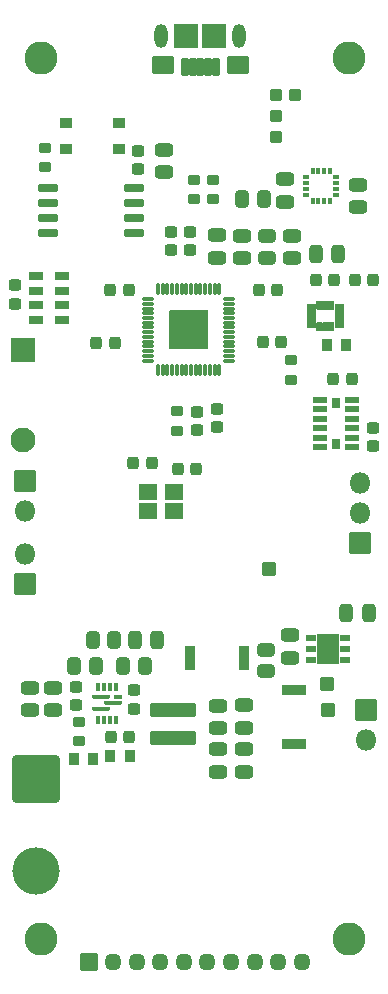
<source format=gbr>
%TF.GenerationSoftware,KiCad,Pcbnew,8.0.7*%
%TF.CreationDate,2025-01-08T02:29:51-05:00*%
%TF.ProjectId,active-drag-system-minimal,61637469-7665-42d6-9472-61672d737973,rev?*%
%TF.SameCoordinates,Original*%
%TF.FileFunction,Soldermask,Top*%
%TF.FilePolarity,Negative*%
%FSLAX46Y46*%
G04 Gerber Fmt 4.6, Leading zero omitted, Abs format (unit mm)*
G04 Created by KiCad (PCBNEW 8.0.7) date 2025-01-08 02:29:51*
%MOMM*%
%LPD*%
G01*
G04 APERTURE LIST*
G04 Aperture macros list*
%AMRoundRect*
0 Rectangle with rounded corners*
0 $1 Rounding radius*
0 $2 $3 $4 $5 $6 $7 $8 $9 X,Y pos of 4 corners*
0 Add a 4 corners polygon primitive as box body*
4,1,4,$2,$3,$4,$5,$6,$7,$8,$9,$2,$3,0*
0 Add four circle primitives for the rounded corners*
1,1,$1+$1,$2,$3*
1,1,$1+$1,$4,$5*
1,1,$1+$1,$6,$7*
1,1,$1+$1,$8,$9*
0 Add four rect primitives between the rounded corners*
20,1,$1+$1,$2,$3,$4,$5,0*
20,1,$1+$1,$4,$5,$6,$7,0*
20,1,$1+$1,$6,$7,$8,$9,0*
20,1,$1+$1,$8,$9,$2,$3,0*%
G04 Aperture macros list end*
%ADD10C,0.000000*%
%ADD11C,0.010000*%
%ADD12RoundRect,0.275400X0.500400X-0.275400X0.500400X0.275400X-0.500400X0.275400X-0.500400X-0.275400X0*%
%ADD13RoundRect,0.050800X-0.546100X-0.304800X0.546100X-0.304800X0.546100X0.304800X-0.546100X0.304800X0*%
%ADD14RoundRect,0.250400X0.275400X-0.250400X0.275400X0.250400X-0.275400X0.250400X-0.275400X-0.250400X0*%
%ADD15RoundRect,0.225400X-0.300400X0.225400X-0.300400X-0.225400X0.300400X-0.225400X0.300400X0.225400X0*%
%ADD16RoundRect,0.050800X-0.762000X-0.266700X0.762000X-0.266700X0.762000X0.266700X-0.762000X0.266700X0*%
%ADD17RoundRect,0.050800X0.406400X0.952500X-0.406400X0.952500X-0.406400X-0.952500X0.406400X-0.952500X0*%
%ADD18RoundRect,0.050800X-0.558900X0.224600X-0.558900X-0.224600X0.558900X-0.224600X0.558900X0.224600X0*%
%ADD19RoundRect,0.050800X0.250000X0.406500X-0.250000X0.406500X-0.250000X-0.406500X0.250000X-0.406500X0*%
%ADD20RoundRect,0.274780X-0.288520X-0.476020X0.288520X-0.476020X0.288520X0.476020X-0.288520X0.476020X0*%
%ADD21RoundRect,0.250400X-0.275400X0.250400X-0.275400X-0.250400X0.275400X-0.250400X0.275400X0.250400X0*%
%ADD22RoundRect,0.225400X-0.225400X-0.300400X0.225400X-0.300400X0.225400X0.300400X-0.225400X0.300400X0*%
%ADD23RoundRect,0.250400X-0.250400X-0.275400X0.250400X-0.275400X0.250400X0.275400X-0.250400X0.275400X0*%
%ADD24RoundRect,0.050800X-0.500000X-0.500000X0.500000X-0.500000X0.500000X0.500000X-0.500000X0.500000X0*%
%ADD25RoundRect,0.275400X-0.500400X0.275400X-0.500400X-0.275400X0.500400X-0.275400X0.500400X0.275400X0*%
%ADD26RoundRect,0.050800X-0.850000X-0.850000X0.850000X-0.850000X0.850000X0.850000X-0.850000X0.850000X0*%
%ADD27O,1.801600X1.801600*%
%ADD28RoundRect,0.225400X0.225400X0.300400X-0.225400X0.300400X-0.225400X-0.300400X0.225400X-0.300400X0*%
%ADD29RoundRect,0.250400X0.250400X0.275400X-0.250400X0.275400X-0.250400X-0.275400X0.250400X-0.275400X0*%
%ADD30C,2.801600*%
%ADD31RoundRect,0.256515X-1.744285X1.744285X-1.744285X-1.744285X1.744285X-1.744285X1.744285X1.744285X0*%
%ADD32C,4.001600*%
%ADD33RoundRect,0.274780X0.288520X0.476020X-0.288520X0.476020X-0.288520X-0.476020X0.288520X-0.476020X0*%
%ADD34RoundRect,0.050800X0.850000X0.850000X-0.850000X0.850000X-0.850000X-0.850000X0.850000X-0.850000X0*%
%ADD35RoundRect,0.050800X0.406400X0.203200X-0.406400X0.203200X-0.406400X-0.203200X0.406400X-0.203200X0*%
%ADD36RoundRect,0.050800X0.876300X1.244600X-0.876300X1.244600X-0.876300X-1.244600X0.876300X-1.244600X0*%
%ADD37RoundRect,0.102000X0.400000X0.400000X-0.400000X0.400000X-0.400000X-0.400000X0.400000X-0.400000X0*%
%ADD38RoundRect,0.225400X0.300400X-0.225400X0.300400X0.225400X-0.300400X0.225400X-0.300400X-0.225400X0*%
%ADD39RoundRect,0.102000X0.700000X-0.600000X0.700000X0.600000X-0.700000X0.600000X-0.700000X-0.600000X0*%
%ADD40RoundRect,0.050800X0.675000X-0.675000X0.675000X0.675000X-0.675000X0.675000X-0.675000X-0.675000X0*%
%ADD41O,1.451600X1.451600*%
%ADD42RoundRect,0.050800X-0.698500X-0.127000X0.698500X-0.127000X0.698500X0.127000X-0.698500X0.127000X0*%
%ADD43RoundRect,0.050800X0.127000X-0.304800X0.127000X0.304800X-0.127000X0.304800X-0.127000X-0.304800X0*%
%ADD44RoundRect,0.050800X-0.304800X-0.127000X0.304800X-0.127000X0.304800X0.127000X-0.304800X0.127000X0*%
%ADD45RoundRect,0.050800X-0.495300X-0.355600X0.495300X-0.355600X0.495300X0.355600X-0.495300X0.355600X0*%
%ADD46RoundRect,0.075400X-0.412900X-0.075400X0.412900X-0.075400X0.412900X0.075400X-0.412900X0.075400X0*%
%ADD47RoundRect,0.075400X-0.075400X-0.412900X0.075400X-0.412900X0.075400X0.412900X-0.075400X0.412900X0*%
%ADD48RoundRect,0.050800X-1.600000X-1.600000X1.600000X-1.600000X1.600000X1.600000X-1.600000X1.600000X0*%
%ADD49RoundRect,0.102000X-1.850000X0.490000X-1.850000X-0.490000X1.850000X-0.490000X1.850000X0.490000X0*%
%ADD50RoundRect,0.274780X0.476020X-0.288520X0.476020X0.288520X-0.476020X0.288520X-0.476020X-0.288520X0*%
%ADD51RoundRect,0.102000X0.200000X0.675000X-0.200000X0.675000X-0.200000X-0.675000X0.200000X-0.675000X0*%
%ADD52RoundRect,0.102000X0.800000X0.700000X-0.800000X0.700000X-0.800000X-0.700000X0.800000X-0.700000X0*%
%ADD53RoundRect,0.102000X0.950000X0.950000X-0.950000X0.950000X-0.950000X-0.950000X0.950000X-0.950000X0*%
%ADD54O,1.104000X2.004000*%
%ADD55RoundRect,0.274780X-0.476020X0.288520X-0.476020X-0.288520X0.476020X-0.288520X0.476020X0.288520X0*%
%ADD56RoundRect,0.275400X-0.275400X-0.500400X0.275400X-0.500400X0.275400X0.500400X-0.275400X0.500400X0*%
%ADD57RoundRect,0.262900X0.262900X-0.275400X0.262900X0.275400X-0.262900X0.275400X-0.262900X-0.275400X0*%
%ADD58RoundRect,0.050800X-0.952500X0.406400X-0.952500X-0.406400X0.952500X-0.406400X0.952500X0.406400X0*%
%ADD59RoundRect,0.050800X-0.228600X0.152400X-0.228600X-0.152400X0.228600X-0.152400X0.228600X0.152400X0*%
%ADD60RoundRect,0.050800X0.152400X0.228600X-0.152400X0.228600X-0.152400X-0.228600X0.152400X-0.228600X0*%
%ADD61RoundRect,0.275400X0.275400X0.500400X-0.275400X0.500400X-0.275400X-0.500400X0.275400X-0.500400X0*%
%ADD62RoundRect,0.050800X-1.000000X1.000000X-1.000000X-1.000000X1.000000X-1.000000X1.000000X1.000000X0*%
%ADD63C,2.101600*%
G04 APERTURE END LIST*
D10*
%TO.C,U6*%
G36*
X135046100Y-82729800D02*
G01*
X133953900Y-82729800D01*
X133953900Y-82120200D01*
X135046100Y-82120200D01*
X135046100Y-82729800D01*
G37*
G36*
X135046100Y-83979800D02*
G01*
X133953900Y-83979800D01*
X133953900Y-83370200D01*
X135046100Y-83370200D01*
X135046100Y-83979800D01*
G37*
G36*
X135046100Y-85229800D02*
G01*
X133953900Y-85229800D01*
X133953900Y-84620200D01*
X135046100Y-84620200D01*
X135046100Y-85229800D01*
G37*
G36*
X135046100Y-86479800D02*
G01*
X133953900Y-86479800D01*
X133953900Y-85870200D01*
X135046100Y-85870200D01*
X135046100Y-86479800D01*
G37*
G36*
X137246100Y-82729800D02*
G01*
X136153900Y-82729800D01*
X136153900Y-82120200D01*
X137246100Y-82120200D01*
X137246100Y-82729800D01*
G37*
G36*
X137246100Y-83979800D02*
G01*
X136153900Y-83979800D01*
X136153900Y-83370200D01*
X137246100Y-83370200D01*
X137246100Y-83979800D01*
G37*
G36*
X137246100Y-85229800D02*
G01*
X136153900Y-85229800D01*
X136153900Y-84620200D01*
X137246100Y-84620200D01*
X137246100Y-85229800D01*
G37*
G36*
X137246100Y-86479800D02*
G01*
X136153900Y-86479800D01*
X136153900Y-85870200D01*
X137246100Y-85870200D01*
X137246100Y-86479800D01*
G37*
D11*
%TO.C,U8*%
X158117000Y-85316000D02*
X158121000Y-85317000D01*
X158124000Y-85318000D01*
X158128000Y-85319000D01*
X158132000Y-85320000D01*
X158136000Y-85321000D01*
X158139000Y-85323000D01*
X158143000Y-85325000D01*
X158146000Y-85327000D01*
X158149000Y-85329000D01*
X158152000Y-85332000D01*
X158155000Y-85334000D01*
X158158000Y-85337000D01*
X158161000Y-85340000D01*
X158163000Y-85343000D01*
X158166000Y-85346000D01*
X158168000Y-85349000D01*
X158170000Y-85353000D01*
X158172000Y-85356000D01*
X158174000Y-85359000D01*
X158175000Y-85363000D01*
X158176000Y-85367000D01*
X158177000Y-85371000D01*
X158178000Y-85374000D01*
X158179000Y-85378000D01*
X158180000Y-85382000D01*
X158180000Y-85386000D01*
X158180000Y-85390000D01*
X158180000Y-85690000D01*
X158180000Y-85694000D01*
X158180000Y-85698000D01*
X158179000Y-85702000D01*
X158178000Y-85706000D01*
X158177000Y-85709000D01*
X158176000Y-85713000D01*
X158175000Y-85717000D01*
X158174000Y-85721000D01*
X158172000Y-85724000D01*
X158170000Y-85727000D01*
X158168000Y-85731000D01*
X158166000Y-85734000D01*
X158163000Y-85737000D01*
X158161000Y-85740000D01*
X158158000Y-85743000D01*
X158155000Y-85746000D01*
X158152000Y-85748000D01*
X158149000Y-85751000D01*
X158146000Y-85753000D01*
X158143000Y-85755000D01*
X158139000Y-85757000D01*
X158136000Y-85759000D01*
X158132000Y-85760000D01*
X158128000Y-85761000D01*
X158124000Y-85762000D01*
X158121000Y-85763000D01*
X158117000Y-85764000D01*
X158113000Y-85765000D01*
X158109000Y-85765000D01*
X158105000Y-85765000D01*
X157575000Y-85765000D01*
X157571000Y-85765000D01*
X157567000Y-85765000D01*
X157563000Y-85764000D01*
X157559000Y-85763000D01*
X157556000Y-85762000D01*
X157552000Y-85761000D01*
X157548000Y-85760000D01*
X157544000Y-85759000D01*
X157541000Y-85757000D01*
X157538000Y-85755000D01*
X157534000Y-85753000D01*
X157531000Y-85751000D01*
X157528000Y-85748000D01*
X157525000Y-85746000D01*
X157522000Y-85743000D01*
X157519000Y-85740000D01*
X157517000Y-85737000D01*
X157514000Y-85734000D01*
X157512000Y-85731000D01*
X157510000Y-85728000D01*
X157508000Y-85724000D01*
X157506000Y-85721000D01*
X157505000Y-85717000D01*
X157504000Y-85713000D01*
X157503000Y-85709000D01*
X157502000Y-85706000D01*
X157501000Y-85702000D01*
X157500000Y-85698000D01*
X157500000Y-85694000D01*
X157500000Y-85690000D01*
X157500000Y-85390000D01*
X157500000Y-85386000D01*
X157500000Y-85382000D01*
X157501000Y-85378000D01*
X157502000Y-85374000D01*
X157503000Y-85371000D01*
X157504000Y-85367000D01*
X157505000Y-85363000D01*
X157506000Y-85359000D01*
X157508000Y-85356000D01*
X157510000Y-85352000D01*
X157512000Y-85349000D01*
X157514000Y-85346000D01*
X157517000Y-85343000D01*
X157519000Y-85340000D01*
X157522000Y-85337000D01*
X157525000Y-85334000D01*
X157528000Y-85332000D01*
X157531000Y-85329000D01*
X157534000Y-85327000D01*
X157538000Y-85325000D01*
X157541000Y-85323000D01*
X157544000Y-85321000D01*
X157548000Y-85320000D01*
X157552000Y-85319000D01*
X157556000Y-85318000D01*
X157559000Y-85317000D01*
X157563000Y-85316000D01*
X157567000Y-85315000D01*
X157571000Y-85315000D01*
X157575000Y-85315000D01*
X158105000Y-85315000D01*
X158109000Y-85315000D01*
X158113000Y-85315000D01*
X158117000Y-85316000D01*
G36*
X158117000Y-85316000D02*
G01*
X158121000Y-85317000D01*
X158124000Y-85318000D01*
X158128000Y-85319000D01*
X158132000Y-85320000D01*
X158136000Y-85321000D01*
X158139000Y-85323000D01*
X158143000Y-85325000D01*
X158146000Y-85327000D01*
X158149000Y-85329000D01*
X158152000Y-85332000D01*
X158155000Y-85334000D01*
X158158000Y-85337000D01*
X158161000Y-85340000D01*
X158163000Y-85343000D01*
X158166000Y-85346000D01*
X158168000Y-85349000D01*
X158170000Y-85353000D01*
X158172000Y-85356000D01*
X158174000Y-85359000D01*
X158175000Y-85363000D01*
X158176000Y-85367000D01*
X158177000Y-85371000D01*
X158178000Y-85374000D01*
X158179000Y-85378000D01*
X158180000Y-85382000D01*
X158180000Y-85386000D01*
X158180000Y-85390000D01*
X158180000Y-85690000D01*
X158180000Y-85694000D01*
X158180000Y-85698000D01*
X158179000Y-85702000D01*
X158178000Y-85706000D01*
X158177000Y-85709000D01*
X158176000Y-85713000D01*
X158175000Y-85717000D01*
X158174000Y-85721000D01*
X158172000Y-85724000D01*
X158170000Y-85727000D01*
X158168000Y-85731000D01*
X158166000Y-85734000D01*
X158163000Y-85737000D01*
X158161000Y-85740000D01*
X158158000Y-85743000D01*
X158155000Y-85746000D01*
X158152000Y-85748000D01*
X158149000Y-85751000D01*
X158146000Y-85753000D01*
X158143000Y-85755000D01*
X158139000Y-85757000D01*
X158136000Y-85759000D01*
X158132000Y-85760000D01*
X158128000Y-85761000D01*
X158124000Y-85762000D01*
X158121000Y-85763000D01*
X158117000Y-85764000D01*
X158113000Y-85765000D01*
X158109000Y-85765000D01*
X158105000Y-85765000D01*
X157575000Y-85765000D01*
X157571000Y-85765000D01*
X157567000Y-85765000D01*
X157563000Y-85764000D01*
X157559000Y-85763000D01*
X157556000Y-85762000D01*
X157552000Y-85761000D01*
X157548000Y-85760000D01*
X157544000Y-85759000D01*
X157541000Y-85757000D01*
X157538000Y-85755000D01*
X157534000Y-85753000D01*
X157531000Y-85751000D01*
X157528000Y-85748000D01*
X157525000Y-85746000D01*
X157522000Y-85743000D01*
X157519000Y-85740000D01*
X157517000Y-85737000D01*
X157514000Y-85734000D01*
X157512000Y-85731000D01*
X157510000Y-85728000D01*
X157508000Y-85724000D01*
X157506000Y-85721000D01*
X157505000Y-85717000D01*
X157504000Y-85713000D01*
X157503000Y-85709000D01*
X157502000Y-85706000D01*
X157501000Y-85702000D01*
X157500000Y-85698000D01*
X157500000Y-85694000D01*
X157500000Y-85690000D01*
X157500000Y-85390000D01*
X157500000Y-85386000D01*
X157500000Y-85382000D01*
X157501000Y-85378000D01*
X157502000Y-85374000D01*
X157503000Y-85371000D01*
X157504000Y-85367000D01*
X157505000Y-85363000D01*
X157506000Y-85359000D01*
X157508000Y-85356000D01*
X157510000Y-85352000D01*
X157512000Y-85349000D01*
X157514000Y-85346000D01*
X157517000Y-85343000D01*
X157519000Y-85340000D01*
X157522000Y-85337000D01*
X157525000Y-85334000D01*
X157528000Y-85332000D01*
X157531000Y-85329000D01*
X157534000Y-85327000D01*
X157538000Y-85325000D01*
X157541000Y-85323000D01*
X157544000Y-85321000D01*
X157548000Y-85320000D01*
X157552000Y-85319000D01*
X157556000Y-85318000D01*
X157559000Y-85317000D01*
X157563000Y-85316000D01*
X157567000Y-85315000D01*
X157571000Y-85315000D01*
X157575000Y-85315000D01*
X158105000Y-85315000D01*
X158109000Y-85315000D01*
X158113000Y-85315000D01*
X158117000Y-85316000D01*
G37*
X158117000Y-85816000D02*
X158121000Y-85817000D01*
X158124000Y-85818000D01*
X158128000Y-85819000D01*
X158132000Y-85820000D01*
X158136000Y-85821000D01*
X158139000Y-85823000D01*
X158143000Y-85825000D01*
X158146000Y-85827000D01*
X158149000Y-85829000D01*
X158152000Y-85832000D01*
X158155000Y-85834000D01*
X158158000Y-85837000D01*
X158161000Y-85840000D01*
X158163000Y-85843000D01*
X158166000Y-85846000D01*
X158168000Y-85849000D01*
X158170000Y-85853000D01*
X158172000Y-85856000D01*
X158174000Y-85859000D01*
X158175000Y-85863000D01*
X158176000Y-85867000D01*
X158177000Y-85871000D01*
X158178000Y-85874000D01*
X158179000Y-85878000D01*
X158180000Y-85882000D01*
X158180000Y-85886000D01*
X158180000Y-85890000D01*
X158180000Y-86190000D01*
X158180000Y-86194000D01*
X158180000Y-86198000D01*
X158179000Y-86202000D01*
X158178000Y-86206000D01*
X158177000Y-86209000D01*
X158176000Y-86213000D01*
X158175000Y-86217000D01*
X158174000Y-86221000D01*
X158172000Y-86224000D01*
X158170000Y-86227000D01*
X158168000Y-86231000D01*
X158166000Y-86234000D01*
X158163000Y-86237000D01*
X158161000Y-86240000D01*
X158158000Y-86243000D01*
X158155000Y-86246000D01*
X158152000Y-86248000D01*
X158149000Y-86251000D01*
X158146000Y-86253000D01*
X158143000Y-86255000D01*
X158139000Y-86257000D01*
X158136000Y-86259000D01*
X158132000Y-86260000D01*
X158128000Y-86261000D01*
X158124000Y-86262000D01*
X158121000Y-86263000D01*
X158117000Y-86264000D01*
X158113000Y-86265000D01*
X158109000Y-86265000D01*
X158105000Y-86265000D01*
X157575000Y-86265000D01*
X157571000Y-86265000D01*
X157567000Y-86265000D01*
X157563000Y-86264000D01*
X157559000Y-86263000D01*
X157556000Y-86262000D01*
X157552000Y-86261000D01*
X157548000Y-86260000D01*
X157544000Y-86259000D01*
X157541000Y-86257000D01*
X157538000Y-86255000D01*
X157534000Y-86253000D01*
X157531000Y-86251000D01*
X157528000Y-86248000D01*
X157525000Y-86246000D01*
X157522000Y-86243000D01*
X157519000Y-86240000D01*
X157517000Y-86237000D01*
X157514000Y-86234000D01*
X157512000Y-86231000D01*
X157510000Y-86228000D01*
X157508000Y-86224000D01*
X157506000Y-86221000D01*
X157505000Y-86217000D01*
X157504000Y-86213000D01*
X157503000Y-86209000D01*
X157502000Y-86206000D01*
X157501000Y-86202000D01*
X157500000Y-86198000D01*
X157500000Y-86194000D01*
X157500000Y-86190000D01*
X157500000Y-85890000D01*
X157500000Y-85886000D01*
X157500000Y-85882000D01*
X157501000Y-85878000D01*
X157502000Y-85874000D01*
X157503000Y-85871000D01*
X157504000Y-85867000D01*
X157505000Y-85863000D01*
X157506000Y-85859000D01*
X157508000Y-85856000D01*
X157510000Y-85852000D01*
X157512000Y-85849000D01*
X157514000Y-85846000D01*
X157517000Y-85843000D01*
X157519000Y-85840000D01*
X157522000Y-85837000D01*
X157525000Y-85834000D01*
X157528000Y-85832000D01*
X157531000Y-85829000D01*
X157534000Y-85827000D01*
X157538000Y-85825000D01*
X157541000Y-85823000D01*
X157544000Y-85821000D01*
X157548000Y-85820000D01*
X157552000Y-85819000D01*
X157556000Y-85818000D01*
X157559000Y-85817000D01*
X157563000Y-85816000D01*
X157567000Y-85815000D01*
X157571000Y-85815000D01*
X157575000Y-85815000D01*
X158105000Y-85815000D01*
X158109000Y-85815000D01*
X158113000Y-85815000D01*
X158117000Y-85816000D01*
G36*
X158117000Y-85816000D02*
G01*
X158121000Y-85817000D01*
X158124000Y-85818000D01*
X158128000Y-85819000D01*
X158132000Y-85820000D01*
X158136000Y-85821000D01*
X158139000Y-85823000D01*
X158143000Y-85825000D01*
X158146000Y-85827000D01*
X158149000Y-85829000D01*
X158152000Y-85832000D01*
X158155000Y-85834000D01*
X158158000Y-85837000D01*
X158161000Y-85840000D01*
X158163000Y-85843000D01*
X158166000Y-85846000D01*
X158168000Y-85849000D01*
X158170000Y-85853000D01*
X158172000Y-85856000D01*
X158174000Y-85859000D01*
X158175000Y-85863000D01*
X158176000Y-85867000D01*
X158177000Y-85871000D01*
X158178000Y-85874000D01*
X158179000Y-85878000D01*
X158180000Y-85882000D01*
X158180000Y-85886000D01*
X158180000Y-85890000D01*
X158180000Y-86190000D01*
X158180000Y-86194000D01*
X158180000Y-86198000D01*
X158179000Y-86202000D01*
X158178000Y-86206000D01*
X158177000Y-86209000D01*
X158176000Y-86213000D01*
X158175000Y-86217000D01*
X158174000Y-86221000D01*
X158172000Y-86224000D01*
X158170000Y-86227000D01*
X158168000Y-86231000D01*
X158166000Y-86234000D01*
X158163000Y-86237000D01*
X158161000Y-86240000D01*
X158158000Y-86243000D01*
X158155000Y-86246000D01*
X158152000Y-86248000D01*
X158149000Y-86251000D01*
X158146000Y-86253000D01*
X158143000Y-86255000D01*
X158139000Y-86257000D01*
X158136000Y-86259000D01*
X158132000Y-86260000D01*
X158128000Y-86261000D01*
X158124000Y-86262000D01*
X158121000Y-86263000D01*
X158117000Y-86264000D01*
X158113000Y-86265000D01*
X158109000Y-86265000D01*
X158105000Y-86265000D01*
X157575000Y-86265000D01*
X157571000Y-86265000D01*
X157567000Y-86265000D01*
X157563000Y-86264000D01*
X157559000Y-86263000D01*
X157556000Y-86262000D01*
X157552000Y-86261000D01*
X157548000Y-86260000D01*
X157544000Y-86259000D01*
X157541000Y-86257000D01*
X157538000Y-86255000D01*
X157534000Y-86253000D01*
X157531000Y-86251000D01*
X157528000Y-86248000D01*
X157525000Y-86246000D01*
X157522000Y-86243000D01*
X157519000Y-86240000D01*
X157517000Y-86237000D01*
X157514000Y-86234000D01*
X157512000Y-86231000D01*
X157510000Y-86228000D01*
X157508000Y-86224000D01*
X157506000Y-86221000D01*
X157505000Y-86217000D01*
X157504000Y-86213000D01*
X157503000Y-86209000D01*
X157502000Y-86206000D01*
X157501000Y-86202000D01*
X157500000Y-86198000D01*
X157500000Y-86194000D01*
X157500000Y-86190000D01*
X157500000Y-85890000D01*
X157500000Y-85886000D01*
X157500000Y-85882000D01*
X157501000Y-85878000D01*
X157502000Y-85874000D01*
X157503000Y-85871000D01*
X157504000Y-85867000D01*
X157505000Y-85863000D01*
X157506000Y-85859000D01*
X157508000Y-85856000D01*
X157510000Y-85852000D01*
X157512000Y-85849000D01*
X157514000Y-85846000D01*
X157517000Y-85843000D01*
X157519000Y-85840000D01*
X157522000Y-85837000D01*
X157525000Y-85834000D01*
X157528000Y-85832000D01*
X157531000Y-85829000D01*
X157534000Y-85827000D01*
X157538000Y-85825000D01*
X157541000Y-85823000D01*
X157544000Y-85821000D01*
X157548000Y-85820000D01*
X157552000Y-85819000D01*
X157556000Y-85818000D01*
X157559000Y-85817000D01*
X157563000Y-85816000D01*
X157567000Y-85815000D01*
X157571000Y-85815000D01*
X157575000Y-85815000D01*
X158105000Y-85815000D01*
X158109000Y-85815000D01*
X158113000Y-85815000D01*
X158117000Y-85816000D01*
G37*
X158117000Y-86316000D02*
X158121000Y-86317000D01*
X158124000Y-86318000D01*
X158128000Y-86319000D01*
X158132000Y-86320000D01*
X158136000Y-86321000D01*
X158139000Y-86323000D01*
X158143000Y-86325000D01*
X158146000Y-86327000D01*
X158149000Y-86329000D01*
X158152000Y-86332000D01*
X158155000Y-86334000D01*
X158158000Y-86337000D01*
X158161000Y-86340000D01*
X158163000Y-86343000D01*
X158166000Y-86346000D01*
X158168000Y-86349000D01*
X158170000Y-86353000D01*
X158172000Y-86356000D01*
X158174000Y-86359000D01*
X158175000Y-86363000D01*
X158176000Y-86367000D01*
X158177000Y-86371000D01*
X158178000Y-86374000D01*
X158179000Y-86378000D01*
X158180000Y-86382000D01*
X158180000Y-86386000D01*
X158180000Y-86390000D01*
X158180000Y-86690000D01*
X158180000Y-86694000D01*
X158180000Y-86698000D01*
X158179000Y-86702000D01*
X158178000Y-86706000D01*
X158177000Y-86709000D01*
X158176000Y-86713000D01*
X158175000Y-86717000D01*
X158174000Y-86721000D01*
X158172000Y-86724000D01*
X158170000Y-86727000D01*
X158168000Y-86731000D01*
X158166000Y-86734000D01*
X158163000Y-86737000D01*
X158161000Y-86740000D01*
X158158000Y-86743000D01*
X158155000Y-86746000D01*
X158152000Y-86748000D01*
X158149000Y-86751000D01*
X158146000Y-86753000D01*
X158143000Y-86755000D01*
X158139000Y-86757000D01*
X158136000Y-86759000D01*
X158132000Y-86760000D01*
X158128000Y-86761000D01*
X158124000Y-86762000D01*
X158121000Y-86763000D01*
X158117000Y-86764000D01*
X158113000Y-86765000D01*
X158109000Y-86765000D01*
X158105000Y-86765000D01*
X157575000Y-86765000D01*
X157571000Y-86765000D01*
X157567000Y-86765000D01*
X157563000Y-86764000D01*
X157559000Y-86763000D01*
X157556000Y-86762000D01*
X157552000Y-86761000D01*
X157548000Y-86760000D01*
X157544000Y-86759000D01*
X157541000Y-86757000D01*
X157538000Y-86755000D01*
X157534000Y-86753000D01*
X157531000Y-86751000D01*
X157528000Y-86748000D01*
X157525000Y-86746000D01*
X157522000Y-86743000D01*
X157519000Y-86740000D01*
X157517000Y-86737000D01*
X157514000Y-86734000D01*
X157512000Y-86731000D01*
X157510000Y-86728000D01*
X157508000Y-86724000D01*
X157506000Y-86721000D01*
X157505000Y-86717000D01*
X157504000Y-86713000D01*
X157503000Y-86709000D01*
X157502000Y-86706000D01*
X157501000Y-86702000D01*
X157500000Y-86698000D01*
X157500000Y-86694000D01*
X157500000Y-86690000D01*
X157500000Y-86390000D01*
X157500000Y-86386000D01*
X157500000Y-86382000D01*
X157501000Y-86378000D01*
X157502000Y-86374000D01*
X157503000Y-86371000D01*
X157504000Y-86367000D01*
X157505000Y-86363000D01*
X157506000Y-86359000D01*
X157508000Y-86356000D01*
X157510000Y-86353000D01*
X157512000Y-86349000D01*
X157514000Y-86346000D01*
X157517000Y-86343000D01*
X157519000Y-86340000D01*
X157522000Y-86337000D01*
X157525000Y-86334000D01*
X157528000Y-86332000D01*
X157531000Y-86329000D01*
X157534000Y-86327000D01*
X157538000Y-86325000D01*
X157541000Y-86323000D01*
X157544000Y-86321000D01*
X157548000Y-86320000D01*
X157552000Y-86319000D01*
X157556000Y-86318000D01*
X157559000Y-86317000D01*
X157563000Y-86316000D01*
X157567000Y-86315000D01*
X157571000Y-86315000D01*
X157575000Y-86315000D01*
X158105000Y-86315000D01*
X158109000Y-86315000D01*
X158113000Y-86315000D01*
X158117000Y-86316000D01*
G36*
X158117000Y-86316000D02*
G01*
X158121000Y-86317000D01*
X158124000Y-86318000D01*
X158128000Y-86319000D01*
X158132000Y-86320000D01*
X158136000Y-86321000D01*
X158139000Y-86323000D01*
X158143000Y-86325000D01*
X158146000Y-86327000D01*
X158149000Y-86329000D01*
X158152000Y-86332000D01*
X158155000Y-86334000D01*
X158158000Y-86337000D01*
X158161000Y-86340000D01*
X158163000Y-86343000D01*
X158166000Y-86346000D01*
X158168000Y-86349000D01*
X158170000Y-86353000D01*
X158172000Y-86356000D01*
X158174000Y-86359000D01*
X158175000Y-86363000D01*
X158176000Y-86367000D01*
X158177000Y-86371000D01*
X158178000Y-86374000D01*
X158179000Y-86378000D01*
X158180000Y-86382000D01*
X158180000Y-86386000D01*
X158180000Y-86390000D01*
X158180000Y-86690000D01*
X158180000Y-86694000D01*
X158180000Y-86698000D01*
X158179000Y-86702000D01*
X158178000Y-86706000D01*
X158177000Y-86709000D01*
X158176000Y-86713000D01*
X158175000Y-86717000D01*
X158174000Y-86721000D01*
X158172000Y-86724000D01*
X158170000Y-86727000D01*
X158168000Y-86731000D01*
X158166000Y-86734000D01*
X158163000Y-86737000D01*
X158161000Y-86740000D01*
X158158000Y-86743000D01*
X158155000Y-86746000D01*
X158152000Y-86748000D01*
X158149000Y-86751000D01*
X158146000Y-86753000D01*
X158143000Y-86755000D01*
X158139000Y-86757000D01*
X158136000Y-86759000D01*
X158132000Y-86760000D01*
X158128000Y-86761000D01*
X158124000Y-86762000D01*
X158121000Y-86763000D01*
X158117000Y-86764000D01*
X158113000Y-86765000D01*
X158109000Y-86765000D01*
X158105000Y-86765000D01*
X157575000Y-86765000D01*
X157571000Y-86765000D01*
X157567000Y-86765000D01*
X157563000Y-86764000D01*
X157559000Y-86763000D01*
X157556000Y-86762000D01*
X157552000Y-86761000D01*
X157548000Y-86760000D01*
X157544000Y-86759000D01*
X157541000Y-86757000D01*
X157538000Y-86755000D01*
X157534000Y-86753000D01*
X157531000Y-86751000D01*
X157528000Y-86748000D01*
X157525000Y-86746000D01*
X157522000Y-86743000D01*
X157519000Y-86740000D01*
X157517000Y-86737000D01*
X157514000Y-86734000D01*
X157512000Y-86731000D01*
X157510000Y-86728000D01*
X157508000Y-86724000D01*
X157506000Y-86721000D01*
X157505000Y-86717000D01*
X157504000Y-86713000D01*
X157503000Y-86709000D01*
X157502000Y-86706000D01*
X157501000Y-86702000D01*
X157500000Y-86698000D01*
X157500000Y-86694000D01*
X157500000Y-86690000D01*
X157500000Y-86390000D01*
X157500000Y-86386000D01*
X157500000Y-86382000D01*
X157501000Y-86378000D01*
X157502000Y-86374000D01*
X157503000Y-86371000D01*
X157504000Y-86367000D01*
X157505000Y-86363000D01*
X157506000Y-86359000D01*
X157508000Y-86356000D01*
X157510000Y-86353000D01*
X157512000Y-86349000D01*
X157514000Y-86346000D01*
X157517000Y-86343000D01*
X157519000Y-86340000D01*
X157522000Y-86337000D01*
X157525000Y-86334000D01*
X157528000Y-86332000D01*
X157531000Y-86329000D01*
X157534000Y-86327000D01*
X157538000Y-86325000D01*
X157541000Y-86323000D01*
X157544000Y-86321000D01*
X157548000Y-86320000D01*
X157552000Y-86319000D01*
X157556000Y-86318000D01*
X157559000Y-86317000D01*
X157563000Y-86316000D01*
X157567000Y-86315000D01*
X157571000Y-86315000D01*
X157575000Y-86315000D01*
X158105000Y-86315000D01*
X158109000Y-86315000D01*
X158113000Y-86315000D01*
X158117000Y-86316000D01*
G37*
X158117000Y-84816000D02*
X158121000Y-84817000D01*
X158124000Y-84818000D01*
X158128000Y-84819000D01*
X158132000Y-84820000D01*
X158136000Y-84821000D01*
X158139000Y-84823000D01*
X158143000Y-84825000D01*
X158146000Y-84827000D01*
X158149000Y-84829000D01*
X158152000Y-84832000D01*
X158155000Y-84834000D01*
X158158000Y-84837000D01*
X158161000Y-84840000D01*
X158163000Y-84843000D01*
X158166000Y-84846000D01*
X158168000Y-84849000D01*
X158170000Y-84853000D01*
X158172000Y-84856000D01*
X158174000Y-84859000D01*
X158175000Y-84863000D01*
X158176000Y-84867000D01*
X158177000Y-84871000D01*
X158178000Y-84874000D01*
X158179000Y-84878000D01*
X158180000Y-84882000D01*
X158180000Y-84886000D01*
X158180000Y-84890000D01*
X158180000Y-85190000D01*
X158180000Y-85194000D01*
X158180000Y-85198000D01*
X158179000Y-85202000D01*
X158178000Y-85206000D01*
X158177000Y-85209000D01*
X158176000Y-85213000D01*
X158175000Y-85217000D01*
X158174000Y-85221000D01*
X158172000Y-85224000D01*
X158170000Y-85227000D01*
X158168000Y-85231000D01*
X158166000Y-85234000D01*
X158163000Y-85237000D01*
X158161000Y-85240000D01*
X158158000Y-85243000D01*
X158155000Y-85246000D01*
X158152000Y-85248000D01*
X158149000Y-85251000D01*
X158146000Y-85253000D01*
X158143000Y-85255000D01*
X158139000Y-85257000D01*
X158136000Y-85259000D01*
X158132000Y-85260000D01*
X158128000Y-85261000D01*
X158124000Y-85262000D01*
X158121000Y-85263000D01*
X158117000Y-85264000D01*
X158113000Y-85265000D01*
X158109000Y-85265000D01*
X158105000Y-85265000D01*
X157575000Y-85265000D01*
X157571000Y-85265000D01*
X157567000Y-85265000D01*
X157563000Y-85264000D01*
X157559000Y-85263000D01*
X157556000Y-85262000D01*
X157552000Y-85261000D01*
X157548000Y-85260000D01*
X157544000Y-85259000D01*
X157541000Y-85257000D01*
X157538000Y-85255000D01*
X157534000Y-85253000D01*
X157531000Y-85251000D01*
X157528000Y-85248000D01*
X157525000Y-85246000D01*
X157522000Y-85243000D01*
X157519000Y-85240000D01*
X157517000Y-85237000D01*
X157514000Y-85234000D01*
X157512000Y-85231000D01*
X157510000Y-85227000D01*
X157508000Y-85224000D01*
X157506000Y-85221000D01*
X157505000Y-85217000D01*
X157504000Y-85213000D01*
X157503000Y-85209000D01*
X157502000Y-85206000D01*
X157501000Y-85202000D01*
X157500000Y-85198000D01*
X157500000Y-85194000D01*
X157500000Y-85190000D01*
X157500000Y-84890000D01*
X157500000Y-84886000D01*
X157500000Y-84882000D01*
X157501000Y-84878000D01*
X157502000Y-84874000D01*
X157503000Y-84871000D01*
X157504000Y-84867000D01*
X157505000Y-84863000D01*
X157506000Y-84859000D01*
X157508000Y-84856000D01*
X157510000Y-84852000D01*
X157512000Y-84849000D01*
X157514000Y-84846000D01*
X157517000Y-84843000D01*
X157519000Y-84840000D01*
X157522000Y-84837000D01*
X157525000Y-84834000D01*
X157528000Y-84832000D01*
X157531000Y-84829000D01*
X157534000Y-84827000D01*
X157538000Y-84825000D01*
X157541000Y-84823000D01*
X157544000Y-84821000D01*
X157548000Y-84820000D01*
X157552000Y-84819000D01*
X157556000Y-84818000D01*
X157559000Y-84817000D01*
X157563000Y-84816000D01*
X157567000Y-84815000D01*
X157571000Y-84815000D01*
X157575000Y-84815000D01*
X158105000Y-84815000D01*
X158109000Y-84815000D01*
X158113000Y-84815000D01*
X158117000Y-84816000D01*
G36*
X158117000Y-84816000D02*
G01*
X158121000Y-84817000D01*
X158124000Y-84818000D01*
X158128000Y-84819000D01*
X158132000Y-84820000D01*
X158136000Y-84821000D01*
X158139000Y-84823000D01*
X158143000Y-84825000D01*
X158146000Y-84827000D01*
X158149000Y-84829000D01*
X158152000Y-84832000D01*
X158155000Y-84834000D01*
X158158000Y-84837000D01*
X158161000Y-84840000D01*
X158163000Y-84843000D01*
X158166000Y-84846000D01*
X158168000Y-84849000D01*
X158170000Y-84853000D01*
X158172000Y-84856000D01*
X158174000Y-84859000D01*
X158175000Y-84863000D01*
X158176000Y-84867000D01*
X158177000Y-84871000D01*
X158178000Y-84874000D01*
X158179000Y-84878000D01*
X158180000Y-84882000D01*
X158180000Y-84886000D01*
X158180000Y-84890000D01*
X158180000Y-85190000D01*
X158180000Y-85194000D01*
X158180000Y-85198000D01*
X158179000Y-85202000D01*
X158178000Y-85206000D01*
X158177000Y-85209000D01*
X158176000Y-85213000D01*
X158175000Y-85217000D01*
X158174000Y-85221000D01*
X158172000Y-85224000D01*
X158170000Y-85227000D01*
X158168000Y-85231000D01*
X158166000Y-85234000D01*
X158163000Y-85237000D01*
X158161000Y-85240000D01*
X158158000Y-85243000D01*
X158155000Y-85246000D01*
X158152000Y-85248000D01*
X158149000Y-85251000D01*
X158146000Y-85253000D01*
X158143000Y-85255000D01*
X158139000Y-85257000D01*
X158136000Y-85259000D01*
X158132000Y-85260000D01*
X158128000Y-85261000D01*
X158124000Y-85262000D01*
X158121000Y-85263000D01*
X158117000Y-85264000D01*
X158113000Y-85265000D01*
X158109000Y-85265000D01*
X158105000Y-85265000D01*
X157575000Y-85265000D01*
X157571000Y-85265000D01*
X157567000Y-85265000D01*
X157563000Y-85264000D01*
X157559000Y-85263000D01*
X157556000Y-85262000D01*
X157552000Y-85261000D01*
X157548000Y-85260000D01*
X157544000Y-85259000D01*
X157541000Y-85257000D01*
X157538000Y-85255000D01*
X157534000Y-85253000D01*
X157531000Y-85251000D01*
X157528000Y-85248000D01*
X157525000Y-85246000D01*
X157522000Y-85243000D01*
X157519000Y-85240000D01*
X157517000Y-85237000D01*
X157514000Y-85234000D01*
X157512000Y-85231000D01*
X157510000Y-85227000D01*
X157508000Y-85224000D01*
X157506000Y-85221000D01*
X157505000Y-85217000D01*
X157504000Y-85213000D01*
X157503000Y-85209000D01*
X157502000Y-85206000D01*
X157501000Y-85202000D01*
X157500000Y-85198000D01*
X157500000Y-85194000D01*
X157500000Y-85190000D01*
X157500000Y-84890000D01*
X157500000Y-84886000D01*
X157500000Y-84882000D01*
X157501000Y-84878000D01*
X157502000Y-84874000D01*
X157503000Y-84871000D01*
X157504000Y-84867000D01*
X157505000Y-84863000D01*
X157506000Y-84859000D01*
X157508000Y-84856000D01*
X157510000Y-84852000D01*
X157512000Y-84849000D01*
X157514000Y-84846000D01*
X157517000Y-84843000D01*
X157519000Y-84840000D01*
X157522000Y-84837000D01*
X157525000Y-84834000D01*
X157528000Y-84832000D01*
X157531000Y-84829000D01*
X157534000Y-84827000D01*
X157538000Y-84825000D01*
X157541000Y-84823000D01*
X157544000Y-84821000D01*
X157548000Y-84820000D01*
X157552000Y-84819000D01*
X157556000Y-84818000D01*
X157559000Y-84817000D01*
X157563000Y-84816000D01*
X157567000Y-84815000D01*
X157571000Y-84815000D01*
X157575000Y-84815000D01*
X158105000Y-84815000D01*
X158109000Y-84815000D01*
X158113000Y-84815000D01*
X158117000Y-84816000D01*
G37*
X158662000Y-84541000D02*
X158666000Y-84542000D01*
X158669000Y-84543000D01*
X158673000Y-84544000D01*
X158677000Y-84545000D01*
X158681000Y-84546000D01*
X158684000Y-84548000D01*
X158687000Y-84550000D01*
X158691000Y-84552000D01*
X158694000Y-84554000D01*
X158697000Y-84557000D01*
X158700000Y-84559000D01*
X158703000Y-84562000D01*
X158706000Y-84565000D01*
X158708000Y-84568000D01*
X158711000Y-84571000D01*
X158713000Y-84574000D01*
X158715000Y-84578000D01*
X158717000Y-84581000D01*
X158719000Y-84584000D01*
X158720000Y-84588000D01*
X158721000Y-84592000D01*
X158722000Y-84596000D01*
X158723000Y-84599000D01*
X158724000Y-84603000D01*
X158725000Y-84607000D01*
X158725000Y-84611000D01*
X158725000Y-84615000D01*
X158725000Y-85145000D01*
X158725000Y-85149000D01*
X158725000Y-85153000D01*
X158724000Y-85157000D01*
X158723000Y-85161000D01*
X158722000Y-85164000D01*
X158721000Y-85168000D01*
X158720000Y-85172000D01*
X158719000Y-85176000D01*
X158717000Y-85179000D01*
X158715000Y-85183000D01*
X158713000Y-85186000D01*
X158711000Y-85189000D01*
X158708000Y-85192000D01*
X158706000Y-85195000D01*
X158703000Y-85198000D01*
X158700000Y-85201000D01*
X158697000Y-85203000D01*
X158694000Y-85206000D01*
X158691000Y-85208000D01*
X158687000Y-85210000D01*
X158684000Y-85212000D01*
X158681000Y-85214000D01*
X158677000Y-85215000D01*
X158673000Y-85216000D01*
X158669000Y-85217000D01*
X158666000Y-85218000D01*
X158662000Y-85219000D01*
X158658000Y-85220000D01*
X158654000Y-85220000D01*
X158650000Y-85220000D01*
X158350000Y-85220000D01*
X158346000Y-85220000D01*
X158342000Y-85220000D01*
X158338000Y-85219000D01*
X158334000Y-85218000D01*
X158331000Y-85217000D01*
X158327000Y-85216000D01*
X158323000Y-85215000D01*
X158319000Y-85214000D01*
X158316000Y-85212000D01*
X158313000Y-85210000D01*
X158309000Y-85208000D01*
X158306000Y-85206000D01*
X158303000Y-85203000D01*
X158300000Y-85201000D01*
X158297000Y-85198000D01*
X158294000Y-85195000D01*
X158292000Y-85192000D01*
X158289000Y-85189000D01*
X158287000Y-85186000D01*
X158285000Y-85183000D01*
X158283000Y-85179000D01*
X158281000Y-85176000D01*
X158280000Y-85172000D01*
X158279000Y-85168000D01*
X158278000Y-85164000D01*
X158277000Y-85161000D01*
X158276000Y-85157000D01*
X158275000Y-85153000D01*
X158275000Y-85149000D01*
X158275000Y-85145000D01*
X158275000Y-84615000D01*
X158275000Y-84611000D01*
X158275000Y-84607000D01*
X158276000Y-84603000D01*
X158277000Y-84599000D01*
X158278000Y-84596000D01*
X158279000Y-84592000D01*
X158280000Y-84588000D01*
X158281000Y-84584000D01*
X158283000Y-84581000D01*
X158285000Y-84578000D01*
X158287000Y-84574000D01*
X158289000Y-84571000D01*
X158292000Y-84568000D01*
X158294000Y-84565000D01*
X158297000Y-84562000D01*
X158300000Y-84559000D01*
X158303000Y-84557000D01*
X158306000Y-84554000D01*
X158309000Y-84552000D01*
X158312000Y-84550000D01*
X158316000Y-84548000D01*
X158319000Y-84546000D01*
X158323000Y-84545000D01*
X158327000Y-84544000D01*
X158331000Y-84543000D01*
X158334000Y-84542000D01*
X158338000Y-84541000D01*
X158342000Y-84540000D01*
X158346000Y-84540000D01*
X158350000Y-84540000D01*
X158650000Y-84540000D01*
X158654000Y-84540000D01*
X158658000Y-84540000D01*
X158662000Y-84541000D01*
G36*
X158662000Y-84541000D02*
G01*
X158666000Y-84542000D01*
X158669000Y-84543000D01*
X158673000Y-84544000D01*
X158677000Y-84545000D01*
X158681000Y-84546000D01*
X158684000Y-84548000D01*
X158687000Y-84550000D01*
X158691000Y-84552000D01*
X158694000Y-84554000D01*
X158697000Y-84557000D01*
X158700000Y-84559000D01*
X158703000Y-84562000D01*
X158706000Y-84565000D01*
X158708000Y-84568000D01*
X158711000Y-84571000D01*
X158713000Y-84574000D01*
X158715000Y-84578000D01*
X158717000Y-84581000D01*
X158719000Y-84584000D01*
X158720000Y-84588000D01*
X158721000Y-84592000D01*
X158722000Y-84596000D01*
X158723000Y-84599000D01*
X158724000Y-84603000D01*
X158725000Y-84607000D01*
X158725000Y-84611000D01*
X158725000Y-84615000D01*
X158725000Y-85145000D01*
X158725000Y-85149000D01*
X158725000Y-85153000D01*
X158724000Y-85157000D01*
X158723000Y-85161000D01*
X158722000Y-85164000D01*
X158721000Y-85168000D01*
X158720000Y-85172000D01*
X158719000Y-85176000D01*
X158717000Y-85179000D01*
X158715000Y-85183000D01*
X158713000Y-85186000D01*
X158711000Y-85189000D01*
X158708000Y-85192000D01*
X158706000Y-85195000D01*
X158703000Y-85198000D01*
X158700000Y-85201000D01*
X158697000Y-85203000D01*
X158694000Y-85206000D01*
X158691000Y-85208000D01*
X158687000Y-85210000D01*
X158684000Y-85212000D01*
X158681000Y-85214000D01*
X158677000Y-85215000D01*
X158673000Y-85216000D01*
X158669000Y-85217000D01*
X158666000Y-85218000D01*
X158662000Y-85219000D01*
X158658000Y-85220000D01*
X158654000Y-85220000D01*
X158650000Y-85220000D01*
X158350000Y-85220000D01*
X158346000Y-85220000D01*
X158342000Y-85220000D01*
X158338000Y-85219000D01*
X158334000Y-85218000D01*
X158331000Y-85217000D01*
X158327000Y-85216000D01*
X158323000Y-85215000D01*
X158319000Y-85214000D01*
X158316000Y-85212000D01*
X158313000Y-85210000D01*
X158309000Y-85208000D01*
X158306000Y-85206000D01*
X158303000Y-85203000D01*
X158300000Y-85201000D01*
X158297000Y-85198000D01*
X158294000Y-85195000D01*
X158292000Y-85192000D01*
X158289000Y-85189000D01*
X158287000Y-85186000D01*
X158285000Y-85183000D01*
X158283000Y-85179000D01*
X158281000Y-85176000D01*
X158280000Y-85172000D01*
X158279000Y-85168000D01*
X158278000Y-85164000D01*
X158277000Y-85161000D01*
X158276000Y-85157000D01*
X158275000Y-85153000D01*
X158275000Y-85149000D01*
X158275000Y-85145000D01*
X158275000Y-84615000D01*
X158275000Y-84611000D01*
X158275000Y-84607000D01*
X158276000Y-84603000D01*
X158277000Y-84599000D01*
X158278000Y-84596000D01*
X158279000Y-84592000D01*
X158280000Y-84588000D01*
X158281000Y-84584000D01*
X158283000Y-84581000D01*
X158285000Y-84578000D01*
X158287000Y-84574000D01*
X158289000Y-84571000D01*
X158292000Y-84568000D01*
X158294000Y-84565000D01*
X158297000Y-84562000D01*
X158300000Y-84559000D01*
X158303000Y-84557000D01*
X158306000Y-84554000D01*
X158309000Y-84552000D01*
X158312000Y-84550000D01*
X158316000Y-84548000D01*
X158319000Y-84546000D01*
X158323000Y-84545000D01*
X158327000Y-84544000D01*
X158331000Y-84543000D01*
X158334000Y-84542000D01*
X158338000Y-84541000D01*
X158342000Y-84540000D01*
X158346000Y-84540000D01*
X158350000Y-84540000D01*
X158650000Y-84540000D01*
X158654000Y-84540000D01*
X158658000Y-84540000D01*
X158662000Y-84541000D01*
G37*
X158662000Y-86361000D02*
X158666000Y-86362000D01*
X158669000Y-86363000D01*
X158673000Y-86364000D01*
X158677000Y-86365000D01*
X158681000Y-86366000D01*
X158684000Y-86368000D01*
X158687000Y-86370000D01*
X158691000Y-86372000D01*
X158694000Y-86374000D01*
X158697000Y-86377000D01*
X158700000Y-86379000D01*
X158703000Y-86382000D01*
X158706000Y-86385000D01*
X158708000Y-86388000D01*
X158711000Y-86391000D01*
X158713000Y-86394000D01*
X158715000Y-86397000D01*
X158717000Y-86401000D01*
X158719000Y-86404000D01*
X158720000Y-86408000D01*
X158721000Y-86412000D01*
X158722000Y-86416000D01*
X158723000Y-86419000D01*
X158724000Y-86423000D01*
X158725000Y-86427000D01*
X158725000Y-86431000D01*
X158725000Y-86435000D01*
X158725000Y-86965000D01*
X158725000Y-86969000D01*
X158725000Y-86973000D01*
X158724000Y-86977000D01*
X158723000Y-86981000D01*
X158722000Y-86984000D01*
X158721000Y-86988000D01*
X158720000Y-86992000D01*
X158719000Y-86996000D01*
X158717000Y-86999000D01*
X158715000Y-87002000D01*
X158713000Y-87006000D01*
X158711000Y-87009000D01*
X158708000Y-87012000D01*
X158706000Y-87015000D01*
X158703000Y-87018000D01*
X158700000Y-87021000D01*
X158697000Y-87023000D01*
X158694000Y-87026000D01*
X158691000Y-87028000D01*
X158687000Y-87030000D01*
X158684000Y-87032000D01*
X158681000Y-87034000D01*
X158677000Y-87035000D01*
X158673000Y-87036000D01*
X158669000Y-87037000D01*
X158666000Y-87038000D01*
X158662000Y-87039000D01*
X158658000Y-87040000D01*
X158654000Y-87040000D01*
X158650000Y-87040000D01*
X158350000Y-87040000D01*
X158346000Y-87040000D01*
X158342000Y-87040000D01*
X158338000Y-87039000D01*
X158334000Y-87038000D01*
X158331000Y-87037000D01*
X158327000Y-87036000D01*
X158323000Y-87035000D01*
X158319000Y-87034000D01*
X158316000Y-87032000D01*
X158312000Y-87030000D01*
X158309000Y-87028000D01*
X158306000Y-87026000D01*
X158303000Y-87023000D01*
X158300000Y-87021000D01*
X158297000Y-87018000D01*
X158294000Y-87015000D01*
X158292000Y-87012000D01*
X158289000Y-87009000D01*
X158287000Y-87006000D01*
X158285000Y-87002000D01*
X158283000Y-86999000D01*
X158281000Y-86996000D01*
X158280000Y-86992000D01*
X158279000Y-86988000D01*
X158278000Y-86984000D01*
X158277000Y-86981000D01*
X158276000Y-86977000D01*
X158275000Y-86973000D01*
X158275000Y-86969000D01*
X158275000Y-86965000D01*
X158275000Y-86435000D01*
X158275000Y-86431000D01*
X158275000Y-86427000D01*
X158276000Y-86423000D01*
X158277000Y-86419000D01*
X158278000Y-86416000D01*
X158279000Y-86412000D01*
X158280000Y-86408000D01*
X158281000Y-86404000D01*
X158283000Y-86401000D01*
X158285000Y-86397000D01*
X158287000Y-86394000D01*
X158289000Y-86391000D01*
X158292000Y-86388000D01*
X158294000Y-86385000D01*
X158297000Y-86382000D01*
X158300000Y-86379000D01*
X158303000Y-86377000D01*
X158306000Y-86374000D01*
X158309000Y-86372000D01*
X158313000Y-86370000D01*
X158316000Y-86368000D01*
X158319000Y-86366000D01*
X158323000Y-86365000D01*
X158327000Y-86364000D01*
X158331000Y-86363000D01*
X158334000Y-86362000D01*
X158338000Y-86361000D01*
X158342000Y-86360000D01*
X158346000Y-86360000D01*
X158350000Y-86360000D01*
X158650000Y-86360000D01*
X158654000Y-86360000D01*
X158658000Y-86360000D01*
X158662000Y-86361000D01*
G36*
X158662000Y-86361000D02*
G01*
X158666000Y-86362000D01*
X158669000Y-86363000D01*
X158673000Y-86364000D01*
X158677000Y-86365000D01*
X158681000Y-86366000D01*
X158684000Y-86368000D01*
X158687000Y-86370000D01*
X158691000Y-86372000D01*
X158694000Y-86374000D01*
X158697000Y-86377000D01*
X158700000Y-86379000D01*
X158703000Y-86382000D01*
X158706000Y-86385000D01*
X158708000Y-86388000D01*
X158711000Y-86391000D01*
X158713000Y-86394000D01*
X158715000Y-86397000D01*
X158717000Y-86401000D01*
X158719000Y-86404000D01*
X158720000Y-86408000D01*
X158721000Y-86412000D01*
X158722000Y-86416000D01*
X158723000Y-86419000D01*
X158724000Y-86423000D01*
X158725000Y-86427000D01*
X158725000Y-86431000D01*
X158725000Y-86435000D01*
X158725000Y-86965000D01*
X158725000Y-86969000D01*
X158725000Y-86973000D01*
X158724000Y-86977000D01*
X158723000Y-86981000D01*
X158722000Y-86984000D01*
X158721000Y-86988000D01*
X158720000Y-86992000D01*
X158719000Y-86996000D01*
X158717000Y-86999000D01*
X158715000Y-87002000D01*
X158713000Y-87006000D01*
X158711000Y-87009000D01*
X158708000Y-87012000D01*
X158706000Y-87015000D01*
X158703000Y-87018000D01*
X158700000Y-87021000D01*
X158697000Y-87023000D01*
X158694000Y-87026000D01*
X158691000Y-87028000D01*
X158687000Y-87030000D01*
X158684000Y-87032000D01*
X158681000Y-87034000D01*
X158677000Y-87035000D01*
X158673000Y-87036000D01*
X158669000Y-87037000D01*
X158666000Y-87038000D01*
X158662000Y-87039000D01*
X158658000Y-87040000D01*
X158654000Y-87040000D01*
X158650000Y-87040000D01*
X158350000Y-87040000D01*
X158346000Y-87040000D01*
X158342000Y-87040000D01*
X158338000Y-87039000D01*
X158334000Y-87038000D01*
X158331000Y-87037000D01*
X158327000Y-87036000D01*
X158323000Y-87035000D01*
X158319000Y-87034000D01*
X158316000Y-87032000D01*
X158312000Y-87030000D01*
X158309000Y-87028000D01*
X158306000Y-87026000D01*
X158303000Y-87023000D01*
X158300000Y-87021000D01*
X158297000Y-87018000D01*
X158294000Y-87015000D01*
X158292000Y-87012000D01*
X158289000Y-87009000D01*
X158287000Y-87006000D01*
X158285000Y-87002000D01*
X158283000Y-86999000D01*
X158281000Y-86996000D01*
X158280000Y-86992000D01*
X158279000Y-86988000D01*
X158278000Y-86984000D01*
X158277000Y-86981000D01*
X158276000Y-86977000D01*
X158275000Y-86973000D01*
X158275000Y-86969000D01*
X158275000Y-86965000D01*
X158275000Y-86435000D01*
X158275000Y-86431000D01*
X158275000Y-86427000D01*
X158276000Y-86423000D01*
X158277000Y-86419000D01*
X158278000Y-86416000D01*
X158279000Y-86412000D01*
X158280000Y-86408000D01*
X158281000Y-86404000D01*
X158283000Y-86401000D01*
X158285000Y-86397000D01*
X158287000Y-86394000D01*
X158289000Y-86391000D01*
X158292000Y-86388000D01*
X158294000Y-86385000D01*
X158297000Y-86382000D01*
X158300000Y-86379000D01*
X158303000Y-86377000D01*
X158306000Y-86374000D01*
X158309000Y-86372000D01*
X158313000Y-86370000D01*
X158316000Y-86368000D01*
X158319000Y-86366000D01*
X158323000Y-86365000D01*
X158327000Y-86364000D01*
X158331000Y-86363000D01*
X158334000Y-86362000D01*
X158338000Y-86361000D01*
X158342000Y-86360000D01*
X158346000Y-86360000D01*
X158350000Y-86360000D01*
X158650000Y-86360000D01*
X158654000Y-86360000D01*
X158658000Y-86360000D01*
X158662000Y-86361000D01*
G37*
X159162000Y-84541000D02*
X159166000Y-84542000D01*
X159169000Y-84543000D01*
X159173000Y-84544000D01*
X159177000Y-84545000D01*
X159181000Y-84546000D01*
X159184000Y-84548000D01*
X159188000Y-84550000D01*
X159191000Y-84552000D01*
X159194000Y-84554000D01*
X159197000Y-84557000D01*
X159200000Y-84559000D01*
X159203000Y-84562000D01*
X159206000Y-84565000D01*
X159208000Y-84568000D01*
X159211000Y-84571000D01*
X159213000Y-84574000D01*
X159215000Y-84578000D01*
X159217000Y-84581000D01*
X159219000Y-84584000D01*
X159220000Y-84588000D01*
X159221000Y-84592000D01*
X159222000Y-84596000D01*
X159223000Y-84599000D01*
X159224000Y-84603000D01*
X159225000Y-84607000D01*
X159225000Y-84611000D01*
X159225000Y-84615000D01*
X159225000Y-85145000D01*
X159225000Y-85149000D01*
X159225000Y-85153000D01*
X159224000Y-85157000D01*
X159223000Y-85161000D01*
X159222000Y-85164000D01*
X159221000Y-85168000D01*
X159220000Y-85172000D01*
X159219000Y-85176000D01*
X159217000Y-85179000D01*
X159215000Y-85183000D01*
X159213000Y-85186000D01*
X159211000Y-85189000D01*
X159208000Y-85192000D01*
X159206000Y-85195000D01*
X159203000Y-85198000D01*
X159200000Y-85201000D01*
X159197000Y-85203000D01*
X159194000Y-85206000D01*
X159191000Y-85208000D01*
X159187000Y-85210000D01*
X159184000Y-85212000D01*
X159181000Y-85214000D01*
X159177000Y-85215000D01*
X159173000Y-85216000D01*
X159169000Y-85217000D01*
X159166000Y-85218000D01*
X159162000Y-85219000D01*
X159158000Y-85220000D01*
X159154000Y-85220000D01*
X159150000Y-85220000D01*
X158850000Y-85220000D01*
X158846000Y-85220000D01*
X158842000Y-85220000D01*
X158838000Y-85219000D01*
X158834000Y-85218000D01*
X158831000Y-85217000D01*
X158827000Y-85216000D01*
X158823000Y-85215000D01*
X158819000Y-85214000D01*
X158816000Y-85212000D01*
X158812000Y-85210000D01*
X158809000Y-85208000D01*
X158806000Y-85206000D01*
X158803000Y-85203000D01*
X158800000Y-85201000D01*
X158797000Y-85198000D01*
X158794000Y-85195000D01*
X158792000Y-85192000D01*
X158789000Y-85189000D01*
X158787000Y-85186000D01*
X158785000Y-85183000D01*
X158783000Y-85179000D01*
X158781000Y-85176000D01*
X158780000Y-85172000D01*
X158779000Y-85168000D01*
X158778000Y-85164000D01*
X158777000Y-85161000D01*
X158776000Y-85157000D01*
X158775000Y-85153000D01*
X158775000Y-85149000D01*
X158775000Y-85145000D01*
X158775000Y-84615000D01*
X158775000Y-84611000D01*
X158775000Y-84607000D01*
X158776000Y-84603000D01*
X158777000Y-84599000D01*
X158778000Y-84596000D01*
X158779000Y-84592000D01*
X158780000Y-84588000D01*
X158781000Y-84584000D01*
X158783000Y-84581000D01*
X158785000Y-84578000D01*
X158787000Y-84574000D01*
X158789000Y-84571000D01*
X158792000Y-84568000D01*
X158794000Y-84565000D01*
X158797000Y-84562000D01*
X158800000Y-84559000D01*
X158803000Y-84557000D01*
X158806000Y-84554000D01*
X158809000Y-84552000D01*
X158812000Y-84550000D01*
X158816000Y-84548000D01*
X158819000Y-84546000D01*
X158823000Y-84545000D01*
X158827000Y-84544000D01*
X158831000Y-84543000D01*
X158834000Y-84542000D01*
X158838000Y-84541000D01*
X158842000Y-84540000D01*
X158846000Y-84540000D01*
X158850000Y-84540000D01*
X159150000Y-84540000D01*
X159154000Y-84540000D01*
X159158000Y-84540000D01*
X159162000Y-84541000D01*
G36*
X159162000Y-84541000D02*
G01*
X159166000Y-84542000D01*
X159169000Y-84543000D01*
X159173000Y-84544000D01*
X159177000Y-84545000D01*
X159181000Y-84546000D01*
X159184000Y-84548000D01*
X159188000Y-84550000D01*
X159191000Y-84552000D01*
X159194000Y-84554000D01*
X159197000Y-84557000D01*
X159200000Y-84559000D01*
X159203000Y-84562000D01*
X159206000Y-84565000D01*
X159208000Y-84568000D01*
X159211000Y-84571000D01*
X159213000Y-84574000D01*
X159215000Y-84578000D01*
X159217000Y-84581000D01*
X159219000Y-84584000D01*
X159220000Y-84588000D01*
X159221000Y-84592000D01*
X159222000Y-84596000D01*
X159223000Y-84599000D01*
X159224000Y-84603000D01*
X159225000Y-84607000D01*
X159225000Y-84611000D01*
X159225000Y-84615000D01*
X159225000Y-85145000D01*
X159225000Y-85149000D01*
X159225000Y-85153000D01*
X159224000Y-85157000D01*
X159223000Y-85161000D01*
X159222000Y-85164000D01*
X159221000Y-85168000D01*
X159220000Y-85172000D01*
X159219000Y-85176000D01*
X159217000Y-85179000D01*
X159215000Y-85183000D01*
X159213000Y-85186000D01*
X159211000Y-85189000D01*
X159208000Y-85192000D01*
X159206000Y-85195000D01*
X159203000Y-85198000D01*
X159200000Y-85201000D01*
X159197000Y-85203000D01*
X159194000Y-85206000D01*
X159191000Y-85208000D01*
X159187000Y-85210000D01*
X159184000Y-85212000D01*
X159181000Y-85214000D01*
X159177000Y-85215000D01*
X159173000Y-85216000D01*
X159169000Y-85217000D01*
X159166000Y-85218000D01*
X159162000Y-85219000D01*
X159158000Y-85220000D01*
X159154000Y-85220000D01*
X159150000Y-85220000D01*
X158850000Y-85220000D01*
X158846000Y-85220000D01*
X158842000Y-85220000D01*
X158838000Y-85219000D01*
X158834000Y-85218000D01*
X158831000Y-85217000D01*
X158827000Y-85216000D01*
X158823000Y-85215000D01*
X158819000Y-85214000D01*
X158816000Y-85212000D01*
X158812000Y-85210000D01*
X158809000Y-85208000D01*
X158806000Y-85206000D01*
X158803000Y-85203000D01*
X158800000Y-85201000D01*
X158797000Y-85198000D01*
X158794000Y-85195000D01*
X158792000Y-85192000D01*
X158789000Y-85189000D01*
X158787000Y-85186000D01*
X158785000Y-85183000D01*
X158783000Y-85179000D01*
X158781000Y-85176000D01*
X158780000Y-85172000D01*
X158779000Y-85168000D01*
X158778000Y-85164000D01*
X158777000Y-85161000D01*
X158776000Y-85157000D01*
X158775000Y-85153000D01*
X158775000Y-85149000D01*
X158775000Y-85145000D01*
X158775000Y-84615000D01*
X158775000Y-84611000D01*
X158775000Y-84607000D01*
X158776000Y-84603000D01*
X158777000Y-84599000D01*
X158778000Y-84596000D01*
X158779000Y-84592000D01*
X158780000Y-84588000D01*
X158781000Y-84584000D01*
X158783000Y-84581000D01*
X158785000Y-84578000D01*
X158787000Y-84574000D01*
X158789000Y-84571000D01*
X158792000Y-84568000D01*
X158794000Y-84565000D01*
X158797000Y-84562000D01*
X158800000Y-84559000D01*
X158803000Y-84557000D01*
X158806000Y-84554000D01*
X158809000Y-84552000D01*
X158812000Y-84550000D01*
X158816000Y-84548000D01*
X158819000Y-84546000D01*
X158823000Y-84545000D01*
X158827000Y-84544000D01*
X158831000Y-84543000D01*
X158834000Y-84542000D01*
X158838000Y-84541000D01*
X158842000Y-84540000D01*
X158846000Y-84540000D01*
X158850000Y-84540000D01*
X159150000Y-84540000D01*
X159154000Y-84540000D01*
X159158000Y-84540000D01*
X159162000Y-84541000D01*
G37*
X159162000Y-86361000D02*
X159166000Y-86362000D01*
X159169000Y-86363000D01*
X159173000Y-86364000D01*
X159177000Y-86365000D01*
X159181000Y-86366000D01*
X159184000Y-86368000D01*
X159188000Y-86370000D01*
X159191000Y-86372000D01*
X159194000Y-86374000D01*
X159197000Y-86377000D01*
X159200000Y-86379000D01*
X159203000Y-86382000D01*
X159206000Y-86385000D01*
X159208000Y-86388000D01*
X159211000Y-86391000D01*
X159213000Y-86394000D01*
X159215000Y-86397000D01*
X159217000Y-86401000D01*
X159219000Y-86404000D01*
X159220000Y-86408000D01*
X159221000Y-86412000D01*
X159222000Y-86416000D01*
X159223000Y-86419000D01*
X159224000Y-86423000D01*
X159225000Y-86427000D01*
X159225000Y-86431000D01*
X159225000Y-86435000D01*
X159225000Y-86965000D01*
X159225000Y-86969000D01*
X159225000Y-86973000D01*
X159224000Y-86977000D01*
X159223000Y-86981000D01*
X159222000Y-86984000D01*
X159221000Y-86988000D01*
X159220000Y-86992000D01*
X159219000Y-86996000D01*
X159217000Y-86999000D01*
X159215000Y-87002000D01*
X159213000Y-87006000D01*
X159211000Y-87009000D01*
X159208000Y-87012000D01*
X159206000Y-87015000D01*
X159203000Y-87018000D01*
X159200000Y-87021000D01*
X159197000Y-87023000D01*
X159194000Y-87026000D01*
X159191000Y-87028000D01*
X159188000Y-87030000D01*
X159184000Y-87032000D01*
X159181000Y-87034000D01*
X159177000Y-87035000D01*
X159173000Y-87036000D01*
X159169000Y-87037000D01*
X159166000Y-87038000D01*
X159162000Y-87039000D01*
X159158000Y-87040000D01*
X159154000Y-87040000D01*
X159150000Y-87040000D01*
X158850000Y-87040000D01*
X158846000Y-87040000D01*
X158842000Y-87040000D01*
X158838000Y-87039000D01*
X158834000Y-87038000D01*
X158831000Y-87037000D01*
X158827000Y-87036000D01*
X158823000Y-87035000D01*
X158819000Y-87034000D01*
X158816000Y-87032000D01*
X158812000Y-87030000D01*
X158809000Y-87028000D01*
X158806000Y-87026000D01*
X158803000Y-87023000D01*
X158800000Y-87021000D01*
X158797000Y-87018000D01*
X158794000Y-87015000D01*
X158792000Y-87012000D01*
X158789000Y-87009000D01*
X158787000Y-87006000D01*
X158785000Y-87002000D01*
X158783000Y-86999000D01*
X158781000Y-86996000D01*
X158780000Y-86992000D01*
X158779000Y-86988000D01*
X158778000Y-86984000D01*
X158777000Y-86981000D01*
X158776000Y-86977000D01*
X158775000Y-86973000D01*
X158775000Y-86969000D01*
X158775000Y-86965000D01*
X158775000Y-86435000D01*
X158775000Y-86431000D01*
X158775000Y-86427000D01*
X158776000Y-86423000D01*
X158777000Y-86419000D01*
X158778000Y-86416000D01*
X158779000Y-86412000D01*
X158780000Y-86408000D01*
X158781000Y-86404000D01*
X158783000Y-86401000D01*
X158785000Y-86397000D01*
X158787000Y-86394000D01*
X158789000Y-86391000D01*
X158792000Y-86388000D01*
X158794000Y-86385000D01*
X158797000Y-86382000D01*
X158800000Y-86379000D01*
X158803000Y-86377000D01*
X158806000Y-86374000D01*
X158809000Y-86372000D01*
X158812000Y-86370000D01*
X158816000Y-86368000D01*
X158819000Y-86366000D01*
X158823000Y-86365000D01*
X158827000Y-86364000D01*
X158831000Y-86363000D01*
X158834000Y-86362000D01*
X158838000Y-86361000D01*
X158842000Y-86360000D01*
X158846000Y-86360000D01*
X158850000Y-86360000D01*
X159150000Y-86360000D01*
X159154000Y-86360000D01*
X159158000Y-86360000D01*
X159162000Y-86361000D01*
G36*
X159162000Y-86361000D02*
G01*
X159166000Y-86362000D01*
X159169000Y-86363000D01*
X159173000Y-86364000D01*
X159177000Y-86365000D01*
X159181000Y-86366000D01*
X159184000Y-86368000D01*
X159188000Y-86370000D01*
X159191000Y-86372000D01*
X159194000Y-86374000D01*
X159197000Y-86377000D01*
X159200000Y-86379000D01*
X159203000Y-86382000D01*
X159206000Y-86385000D01*
X159208000Y-86388000D01*
X159211000Y-86391000D01*
X159213000Y-86394000D01*
X159215000Y-86397000D01*
X159217000Y-86401000D01*
X159219000Y-86404000D01*
X159220000Y-86408000D01*
X159221000Y-86412000D01*
X159222000Y-86416000D01*
X159223000Y-86419000D01*
X159224000Y-86423000D01*
X159225000Y-86427000D01*
X159225000Y-86431000D01*
X159225000Y-86435000D01*
X159225000Y-86965000D01*
X159225000Y-86969000D01*
X159225000Y-86973000D01*
X159224000Y-86977000D01*
X159223000Y-86981000D01*
X159222000Y-86984000D01*
X159221000Y-86988000D01*
X159220000Y-86992000D01*
X159219000Y-86996000D01*
X159217000Y-86999000D01*
X159215000Y-87002000D01*
X159213000Y-87006000D01*
X159211000Y-87009000D01*
X159208000Y-87012000D01*
X159206000Y-87015000D01*
X159203000Y-87018000D01*
X159200000Y-87021000D01*
X159197000Y-87023000D01*
X159194000Y-87026000D01*
X159191000Y-87028000D01*
X159188000Y-87030000D01*
X159184000Y-87032000D01*
X159181000Y-87034000D01*
X159177000Y-87035000D01*
X159173000Y-87036000D01*
X159169000Y-87037000D01*
X159166000Y-87038000D01*
X159162000Y-87039000D01*
X159158000Y-87040000D01*
X159154000Y-87040000D01*
X159150000Y-87040000D01*
X158850000Y-87040000D01*
X158846000Y-87040000D01*
X158842000Y-87040000D01*
X158838000Y-87039000D01*
X158834000Y-87038000D01*
X158831000Y-87037000D01*
X158827000Y-87036000D01*
X158823000Y-87035000D01*
X158819000Y-87034000D01*
X158816000Y-87032000D01*
X158812000Y-87030000D01*
X158809000Y-87028000D01*
X158806000Y-87026000D01*
X158803000Y-87023000D01*
X158800000Y-87021000D01*
X158797000Y-87018000D01*
X158794000Y-87015000D01*
X158792000Y-87012000D01*
X158789000Y-87009000D01*
X158787000Y-87006000D01*
X158785000Y-87002000D01*
X158783000Y-86999000D01*
X158781000Y-86996000D01*
X158780000Y-86992000D01*
X158779000Y-86988000D01*
X158778000Y-86984000D01*
X158777000Y-86981000D01*
X158776000Y-86977000D01*
X158775000Y-86973000D01*
X158775000Y-86969000D01*
X158775000Y-86965000D01*
X158775000Y-86435000D01*
X158775000Y-86431000D01*
X158775000Y-86427000D01*
X158776000Y-86423000D01*
X158777000Y-86419000D01*
X158778000Y-86416000D01*
X158779000Y-86412000D01*
X158780000Y-86408000D01*
X158781000Y-86404000D01*
X158783000Y-86401000D01*
X158785000Y-86397000D01*
X158787000Y-86394000D01*
X158789000Y-86391000D01*
X158792000Y-86388000D01*
X158794000Y-86385000D01*
X158797000Y-86382000D01*
X158800000Y-86379000D01*
X158803000Y-86377000D01*
X158806000Y-86374000D01*
X158809000Y-86372000D01*
X158812000Y-86370000D01*
X158816000Y-86368000D01*
X158819000Y-86366000D01*
X158823000Y-86365000D01*
X158827000Y-86364000D01*
X158831000Y-86363000D01*
X158834000Y-86362000D01*
X158838000Y-86361000D01*
X158842000Y-86360000D01*
X158846000Y-86360000D01*
X158850000Y-86360000D01*
X159150000Y-86360000D01*
X159154000Y-86360000D01*
X159158000Y-86360000D01*
X159162000Y-86361000D01*
G37*
X159662000Y-84541000D02*
X159666000Y-84542000D01*
X159669000Y-84543000D01*
X159673000Y-84544000D01*
X159677000Y-84545000D01*
X159681000Y-84546000D01*
X159684000Y-84548000D01*
X159688000Y-84550000D01*
X159691000Y-84552000D01*
X159694000Y-84554000D01*
X159697000Y-84557000D01*
X159700000Y-84559000D01*
X159703000Y-84562000D01*
X159706000Y-84565000D01*
X159708000Y-84568000D01*
X159711000Y-84571000D01*
X159713000Y-84574000D01*
X159715000Y-84578000D01*
X159717000Y-84581000D01*
X159719000Y-84584000D01*
X159720000Y-84588000D01*
X159721000Y-84592000D01*
X159722000Y-84596000D01*
X159723000Y-84599000D01*
X159724000Y-84603000D01*
X159725000Y-84607000D01*
X159725000Y-84611000D01*
X159725000Y-84615000D01*
X159725000Y-85145000D01*
X159725000Y-85149000D01*
X159725000Y-85153000D01*
X159724000Y-85157000D01*
X159723000Y-85161000D01*
X159722000Y-85164000D01*
X159721000Y-85168000D01*
X159720000Y-85172000D01*
X159719000Y-85176000D01*
X159717000Y-85179000D01*
X159715000Y-85183000D01*
X159713000Y-85186000D01*
X159711000Y-85189000D01*
X159708000Y-85192000D01*
X159706000Y-85195000D01*
X159703000Y-85198000D01*
X159700000Y-85201000D01*
X159697000Y-85203000D01*
X159694000Y-85206000D01*
X159691000Y-85208000D01*
X159687000Y-85210000D01*
X159684000Y-85212000D01*
X159681000Y-85214000D01*
X159677000Y-85215000D01*
X159673000Y-85216000D01*
X159669000Y-85217000D01*
X159666000Y-85218000D01*
X159662000Y-85219000D01*
X159658000Y-85220000D01*
X159654000Y-85220000D01*
X159650000Y-85220000D01*
X159350000Y-85220000D01*
X159346000Y-85220000D01*
X159342000Y-85220000D01*
X159338000Y-85219000D01*
X159334000Y-85218000D01*
X159331000Y-85217000D01*
X159327000Y-85216000D01*
X159323000Y-85215000D01*
X159319000Y-85214000D01*
X159316000Y-85212000D01*
X159313000Y-85210000D01*
X159309000Y-85208000D01*
X159306000Y-85206000D01*
X159303000Y-85203000D01*
X159300000Y-85201000D01*
X159297000Y-85198000D01*
X159294000Y-85195000D01*
X159292000Y-85192000D01*
X159289000Y-85189000D01*
X159287000Y-85186000D01*
X159285000Y-85183000D01*
X159283000Y-85179000D01*
X159281000Y-85176000D01*
X159280000Y-85172000D01*
X159279000Y-85168000D01*
X159278000Y-85164000D01*
X159277000Y-85161000D01*
X159276000Y-85157000D01*
X159275000Y-85153000D01*
X159275000Y-85149000D01*
X159275000Y-85145000D01*
X159275000Y-84615000D01*
X159275000Y-84611000D01*
X159275000Y-84607000D01*
X159276000Y-84603000D01*
X159277000Y-84599000D01*
X159278000Y-84596000D01*
X159279000Y-84592000D01*
X159280000Y-84588000D01*
X159281000Y-84584000D01*
X159283000Y-84581000D01*
X159285000Y-84578000D01*
X159287000Y-84574000D01*
X159289000Y-84571000D01*
X159292000Y-84568000D01*
X159294000Y-84565000D01*
X159297000Y-84562000D01*
X159300000Y-84559000D01*
X159303000Y-84557000D01*
X159306000Y-84554000D01*
X159309000Y-84552000D01*
X159313000Y-84550000D01*
X159316000Y-84548000D01*
X159319000Y-84546000D01*
X159323000Y-84545000D01*
X159327000Y-84544000D01*
X159331000Y-84543000D01*
X159334000Y-84542000D01*
X159338000Y-84541000D01*
X159342000Y-84540000D01*
X159346000Y-84540000D01*
X159350000Y-84540000D01*
X159650000Y-84540000D01*
X159654000Y-84540000D01*
X159658000Y-84540000D01*
X159662000Y-84541000D01*
G36*
X159662000Y-84541000D02*
G01*
X159666000Y-84542000D01*
X159669000Y-84543000D01*
X159673000Y-84544000D01*
X159677000Y-84545000D01*
X159681000Y-84546000D01*
X159684000Y-84548000D01*
X159688000Y-84550000D01*
X159691000Y-84552000D01*
X159694000Y-84554000D01*
X159697000Y-84557000D01*
X159700000Y-84559000D01*
X159703000Y-84562000D01*
X159706000Y-84565000D01*
X159708000Y-84568000D01*
X159711000Y-84571000D01*
X159713000Y-84574000D01*
X159715000Y-84578000D01*
X159717000Y-84581000D01*
X159719000Y-84584000D01*
X159720000Y-84588000D01*
X159721000Y-84592000D01*
X159722000Y-84596000D01*
X159723000Y-84599000D01*
X159724000Y-84603000D01*
X159725000Y-84607000D01*
X159725000Y-84611000D01*
X159725000Y-84615000D01*
X159725000Y-85145000D01*
X159725000Y-85149000D01*
X159725000Y-85153000D01*
X159724000Y-85157000D01*
X159723000Y-85161000D01*
X159722000Y-85164000D01*
X159721000Y-85168000D01*
X159720000Y-85172000D01*
X159719000Y-85176000D01*
X159717000Y-85179000D01*
X159715000Y-85183000D01*
X159713000Y-85186000D01*
X159711000Y-85189000D01*
X159708000Y-85192000D01*
X159706000Y-85195000D01*
X159703000Y-85198000D01*
X159700000Y-85201000D01*
X159697000Y-85203000D01*
X159694000Y-85206000D01*
X159691000Y-85208000D01*
X159687000Y-85210000D01*
X159684000Y-85212000D01*
X159681000Y-85214000D01*
X159677000Y-85215000D01*
X159673000Y-85216000D01*
X159669000Y-85217000D01*
X159666000Y-85218000D01*
X159662000Y-85219000D01*
X159658000Y-85220000D01*
X159654000Y-85220000D01*
X159650000Y-85220000D01*
X159350000Y-85220000D01*
X159346000Y-85220000D01*
X159342000Y-85220000D01*
X159338000Y-85219000D01*
X159334000Y-85218000D01*
X159331000Y-85217000D01*
X159327000Y-85216000D01*
X159323000Y-85215000D01*
X159319000Y-85214000D01*
X159316000Y-85212000D01*
X159313000Y-85210000D01*
X159309000Y-85208000D01*
X159306000Y-85206000D01*
X159303000Y-85203000D01*
X159300000Y-85201000D01*
X159297000Y-85198000D01*
X159294000Y-85195000D01*
X159292000Y-85192000D01*
X159289000Y-85189000D01*
X159287000Y-85186000D01*
X159285000Y-85183000D01*
X159283000Y-85179000D01*
X159281000Y-85176000D01*
X159280000Y-85172000D01*
X159279000Y-85168000D01*
X159278000Y-85164000D01*
X159277000Y-85161000D01*
X159276000Y-85157000D01*
X159275000Y-85153000D01*
X159275000Y-85149000D01*
X159275000Y-85145000D01*
X159275000Y-84615000D01*
X159275000Y-84611000D01*
X159275000Y-84607000D01*
X159276000Y-84603000D01*
X159277000Y-84599000D01*
X159278000Y-84596000D01*
X159279000Y-84592000D01*
X159280000Y-84588000D01*
X159281000Y-84584000D01*
X159283000Y-84581000D01*
X159285000Y-84578000D01*
X159287000Y-84574000D01*
X159289000Y-84571000D01*
X159292000Y-84568000D01*
X159294000Y-84565000D01*
X159297000Y-84562000D01*
X159300000Y-84559000D01*
X159303000Y-84557000D01*
X159306000Y-84554000D01*
X159309000Y-84552000D01*
X159313000Y-84550000D01*
X159316000Y-84548000D01*
X159319000Y-84546000D01*
X159323000Y-84545000D01*
X159327000Y-84544000D01*
X159331000Y-84543000D01*
X159334000Y-84542000D01*
X159338000Y-84541000D01*
X159342000Y-84540000D01*
X159346000Y-84540000D01*
X159350000Y-84540000D01*
X159650000Y-84540000D01*
X159654000Y-84540000D01*
X159658000Y-84540000D01*
X159662000Y-84541000D01*
G37*
X159662000Y-86361000D02*
X159666000Y-86362000D01*
X159669000Y-86363000D01*
X159673000Y-86364000D01*
X159677000Y-86365000D01*
X159681000Y-86366000D01*
X159684000Y-86368000D01*
X159688000Y-86370000D01*
X159691000Y-86372000D01*
X159694000Y-86374000D01*
X159697000Y-86377000D01*
X159700000Y-86379000D01*
X159703000Y-86382000D01*
X159706000Y-86385000D01*
X159708000Y-86388000D01*
X159711000Y-86391000D01*
X159713000Y-86394000D01*
X159715000Y-86397000D01*
X159717000Y-86401000D01*
X159719000Y-86404000D01*
X159720000Y-86408000D01*
X159721000Y-86412000D01*
X159722000Y-86416000D01*
X159723000Y-86419000D01*
X159724000Y-86423000D01*
X159725000Y-86427000D01*
X159725000Y-86431000D01*
X159725000Y-86435000D01*
X159725000Y-86965000D01*
X159725000Y-86969000D01*
X159725000Y-86973000D01*
X159724000Y-86977000D01*
X159723000Y-86981000D01*
X159722000Y-86984000D01*
X159721000Y-86988000D01*
X159720000Y-86992000D01*
X159719000Y-86996000D01*
X159717000Y-86999000D01*
X159715000Y-87002000D01*
X159713000Y-87006000D01*
X159711000Y-87009000D01*
X159708000Y-87012000D01*
X159706000Y-87015000D01*
X159703000Y-87018000D01*
X159700000Y-87021000D01*
X159697000Y-87023000D01*
X159694000Y-87026000D01*
X159691000Y-87028000D01*
X159688000Y-87030000D01*
X159684000Y-87032000D01*
X159681000Y-87034000D01*
X159677000Y-87035000D01*
X159673000Y-87036000D01*
X159669000Y-87037000D01*
X159666000Y-87038000D01*
X159662000Y-87039000D01*
X159658000Y-87040000D01*
X159654000Y-87040000D01*
X159650000Y-87040000D01*
X159350000Y-87040000D01*
X159346000Y-87040000D01*
X159342000Y-87040000D01*
X159338000Y-87039000D01*
X159334000Y-87038000D01*
X159331000Y-87037000D01*
X159327000Y-87036000D01*
X159323000Y-87035000D01*
X159319000Y-87034000D01*
X159316000Y-87032000D01*
X159313000Y-87030000D01*
X159309000Y-87028000D01*
X159306000Y-87026000D01*
X159303000Y-87023000D01*
X159300000Y-87021000D01*
X159297000Y-87018000D01*
X159294000Y-87015000D01*
X159292000Y-87012000D01*
X159289000Y-87009000D01*
X159287000Y-87006000D01*
X159285000Y-87002000D01*
X159283000Y-86999000D01*
X159281000Y-86996000D01*
X159280000Y-86992000D01*
X159279000Y-86988000D01*
X159278000Y-86984000D01*
X159277000Y-86981000D01*
X159276000Y-86977000D01*
X159275000Y-86973000D01*
X159275000Y-86969000D01*
X159275000Y-86965000D01*
X159275000Y-86435000D01*
X159275000Y-86431000D01*
X159275000Y-86427000D01*
X159276000Y-86423000D01*
X159277000Y-86419000D01*
X159278000Y-86416000D01*
X159279000Y-86412000D01*
X159280000Y-86408000D01*
X159281000Y-86404000D01*
X159283000Y-86401000D01*
X159285000Y-86397000D01*
X159287000Y-86394000D01*
X159289000Y-86391000D01*
X159292000Y-86388000D01*
X159294000Y-86385000D01*
X159297000Y-86382000D01*
X159300000Y-86379000D01*
X159303000Y-86377000D01*
X159306000Y-86374000D01*
X159309000Y-86372000D01*
X159313000Y-86370000D01*
X159316000Y-86368000D01*
X159319000Y-86366000D01*
X159323000Y-86365000D01*
X159327000Y-86364000D01*
X159331000Y-86363000D01*
X159334000Y-86362000D01*
X159338000Y-86361000D01*
X159342000Y-86360000D01*
X159346000Y-86360000D01*
X159350000Y-86360000D01*
X159650000Y-86360000D01*
X159654000Y-86360000D01*
X159658000Y-86360000D01*
X159662000Y-86361000D01*
G36*
X159662000Y-86361000D02*
G01*
X159666000Y-86362000D01*
X159669000Y-86363000D01*
X159673000Y-86364000D01*
X159677000Y-86365000D01*
X159681000Y-86366000D01*
X159684000Y-86368000D01*
X159688000Y-86370000D01*
X159691000Y-86372000D01*
X159694000Y-86374000D01*
X159697000Y-86377000D01*
X159700000Y-86379000D01*
X159703000Y-86382000D01*
X159706000Y-86385000D01*
X159708000Y-86388000D01*
X159711000Y-86391000D01*
X159713000Y-86394000D01*
X159715000Y-86397000D01*
X159717000Y-86401000D01*
X159719000Y-86404000D01*
X159720000Y-86408000D01*
X159721000Y-86412000D01*
X159722000Y-86416000D01*
X159723000Y-86419000D01*
X159724000Y-86423000D01*
X159725000Y-86427000D01*
X159725000Y-86431000D01*
X159725000Y-86435000D01*
X159725000Y-86965000D01*
X159725000Y-86969000D01*
X159725000Y-86973000D01*
X159724000Y-86977000D01*
X159723000Y-86981000D01*
X159722000Y-86984000D01*
X159721000Y-86988000D01*
X159720000Y-86992000D01*
X159719000Y-86996000D01*
X159717000Y-86999000D01*
X159715000Y-87002000D01*
X159713000Y-87006000D01*
X159711000Y-87009000D01*
X159708000Y-87012000D01*
X159706000Y-87015000D01*
X159703000Y-87018000D01*
X159700000Y-87021000D01*
X159697000Y-87023000D01*
X159694000Y-87026000D01*
X159691000Y-87028000D01*
X159688000Y-87030000D01*
X159684000Y-87032000D01*
X159681000Y-87034000D01*
X159677000Y-87035000D01*
X159673000Y-87036000D01*
X159669000Y-87037000D01*
X159666000Y-87038000D01*
X159662000Y-87039000D01*
X159658000Y-87040000D01*
X159654000Y-87040000D01*
X159650000Y-87040000D01*
X159350000Y-87040000D01*
X159346000Y-87040000D01*
X159342000Y-87040000D01*
X159338000Y-87039000D01*
X159334000Y-87038000D01*
X159331000Y-87037000D01*
X159327000Y-87036000D01*
X159323000Y-87035000D01*
X159319000Y-87034000D01*
X159316000Y-87032000D01*
X159313000Y-87030000D01*
X159309000Y-87028000D01*
X159306000Y-87026000D01*
X159303000Y-87023000D01*
X159300000Y-87021000D01*
X159297000Y-87018000D01*
X159294000Y-87015000D01*
X159292000Y-87012000D01*
X159289000Y-87009000D01*
X159287000Y-87006000D01*
X159285000Y-87002000D01*
X159283000Y-86999000D01*
X159281000Y-86996000D01*
X159280000Y-86992000D01*
X159279000Y-86988000D01*
X159278000Y-86984000D01*
X159277000Y-86981000D01*
X159276000Y-86977000D01*
X159275000Y-86973000D01*
X159275000Y-86969000D01*
X159275000Y-86965000D01*
X159275000Y-86435000D01*
X159275000Y-86431000D01*
X159275000Y-86427000D01*
X159276000Y-86423000D01*
X159277000Y-86419000D01*
X159278000Y-86416000D01*
X159279000Y-86412000D01*
X159280000Y-86408000D01*
X159281000Y-86404000D01*
X159283000Y-86401000D01*
X159285000Y-86397000D01*
X159287000Y-86394000D01*
X159289000Y-86391000D01*
X159292000Y-86388000D01*
X159294000Y-86385000D01*
X159297000Y-86382000D01*
X159300000Y-86379000D01*
X159303000Y-86377000D01*
X159306000Y-86374000D01*
X159309000Y-86372000D01*
X159313000Y-86370000D01*
X159316000Y-86368000D01*
X159319000Y-86366000D01*
X159323000Y-86365000D01*
X159327000Y-86364000D01*
X159331000Y-86363000D01*
X159334000Y-86362000D01*
X159338000Y-86361000D01*
X159342000Y-86360000D01*
X159346000Y-86360000D01*
X159350000Y-86360000D01*
X159650000Y-86360000D01*
X159654000Y-86360000D01*
X159658000Y-86360000D01*
X159662000Y-86361000D01*
G37*
X160437000Y-84816000D02*
X160441000Y-84817000D01*
X160444000Y-84818000D01*
X160448000Y-84819000D01*
X160452000Y-84820000D01*
X160456000Y-84821000D01*
X160459000Y-84823000D01*
X160462000Y-84825000D01*
X160466000Y-84827000D01*
X160469000Y-84829000D01*
X160472000Y-84832000D01*
X160475000Y-84834000D01*
X160478000Y-84837000D01*
X160481000Y-84840000D01*
X160483000Y-84843000D01*
X160486000Y-84846000D01*
X160488000Y-84849000D01*
X160490000Y-84852000D01*
X160492000Y-84856000D01*
X160494000Y-84859000D01*
X160495000Y-84863000D01*
X160496000Y-84867000D01*
X160497000Y-84871000D01*
X160498000Y-84874000D01*
X160499000Y-84878000D01*
X160500000Y-84882000D01*
X160500000Y-84886000D01*
X160500000Y-84890000D01*
X160500000Y-85190000D01*
X160500000Y-85194000D01*
X160500000Y-85198000D01*
X160499000Y-85202000D01*
X160498000Y-85206000D01*
X160497000Y-85209000D01*
X160496000Y-85213000D01*
X160495000Y-85217000D01*
X160494000Y-85221000D01*
X160492000Y-85224000D01*
X160490000Y-85227000D01*
X160488000Y-85231000D01*
X160486000Y-85234000D01*
X160483000Y-85237000D01*
X160481000Y-85240000D01*
X160478000Y-85243000D01*
X160475000Y-85246000D01*
X160472000Y-85248000D01*
X160469000Y-85251000D01*
X160466000Y-85253000D01*
X160462000Y-85255000D01*
X160459000Y-85257000D01*
X160456000Y-85259000D01*
X160452000Y-85260000D01*
X160448000Y-85261000D01*
X160444000Y-85262000D01*
X160441000Y-85263000D01*
X160437000Y-85264000D01*
X160433000Y-85265000D01*
X160429000Y-85265000D01*
X160425000Y-85265000D01*
X159895000Y-85265000D01*
X159891000Y-85265000D01*
X159887000Y-85265000D01*
X159883000Y-85264000D01*
X159879000Y-85263000D01*
X159876000Y-85262000D01*
X159872000Y-85261000D01*
X159868000Y-85260000D01*
X159864000Y-85259000D01*
X159861000Y-85257000D01*
X159857000Y-85255000D01*
X159854000Y-85253000D01*
X159851000Y-85251000D01*
X159848000Y-85248000D01*
X159845000Y-85246000D01*
X159842000Y-85243000D01*
X159839000Y-85240000D01*
X159837000Y-85237000D01*
X159834000Y-85234000D01*
X159832000Y-85231000D01*
X159830000Y-85227000D01*
X159828000Y-85224000D01*
X159826000Y-85221000D01*
X159825000Y-85217000D01*
X159824000Y-85213000D01*
X159823000Y-85209000D01*
X159822000Y-85206000D01*
X159821000Y-85202000D01*
X159820000Y-85198000D01*
X159820000Y-85194000D01*
X159820000Y-85190000D01*
X159820000Y-84890000D01*
X159820000Y-84886000D01*
X159820000Y-84882000D01*
X159821000Y-84878000D01*
X159822000Y-84874000D01*
X159823000Y-84871000D01*
X159824000Y-84867000D01*
X159825000Y-84863000D01*
X159826000Y-84859000D01*
X159828000Y-84856000D01*
X159830000Y-84853000D01*
X159832000Y-84849000D01*
X159834000Y-84846000D01*
X159837000Y-84843000D01*
X159839000Y-84840000D01*
X159842000Y-84837000D01*
X159845000Y-84834000D01*
X159848000Y-84832000D01*
X159851000Y-84829000D01*
X159854000Y-84827000D01*
X159857000Y-84825000D01*
X159861000Y-84823000D01*
X159864000Y-84821000D01*
X159868000Y-84820000D01*
X159872000Y-84819000D01*
X159876000Y-84818000D01*
X159879000Y-84817000D01*
X159883000Y-84816000D01*
X159887000Y-84815000D01*
X159891000Y-84815000D01*
X159895000Y-84815000D01*
X160425000Y-84815000D01*
X160429000Y-84815000D01*
X160433000Y-84815000D01*
X160437000Y-84816000D01*
G36*
X160437000Y-84816000D02*
G01*
X160441000Y-84817000D01*
X160444000Y-84818000D01*
X160448000Y-84819000D01*
X160452000Y-84820000D01*
X160456000Y-84821000D01*
X160459000Y-84823000D01*
X160462000Y-84825000D01*
X160466000Y-84827000D01*
X160469000Y-84829000D01*
X160472000Y-84832000D01*
X160475000Y-84834000D01*
X160478000Y-84837000D01*
X160481000Y-84840000D01*
X160483000Y-84843000D01*
X160486000Y-84846000D01*
X160488000Y-84849000D01*
X160490000Y-84852000D01*
X160492000Y-84856000D01*
X160494000Y-84859000D01*
X160495000Y-84863000D01*
X160496000Y-84867000D01*
X160497000Y-84871000D01*
X160498000Y-84874000D01*
X160499000Y-84878000D01*
X160500000Y-84882000D01*
X160500000Y-84886000D01*
X160500000Y-84890000D01*
X160500000Y-85190000D01*
X160500000Y-85194000D01*
X160500000Y-85198000D01*
X160499000Y-85202000D01*
X160498000Y-85206000D01*
X160497000Y-85209000D01*
X160496000Y-85213000D01*
X160495000Y-85217000D01*
X160494000Y-85221000D01*
X160492000Y-85224000D01*
X160490000Y-85227000D01*
X160488000Y-85231000D01*
X160486000Y-85234000D01*
X160483000Y-85237000D01*
X160481000Y-85240000D01*
X160478000Y-85243000D01*
X160475000Y-85246000D01*
X160472000Y-85248000D01*
X160469000Y-85251000D01*
X160466000Y-85253000D01*
X160462000Y-85255000D01*
X160459000Y-85257000D01*
X160456000Y-85259000D01*
X160452000Y-85260000D01*
X160448000Y-85261000D01*
X160444000Y-85262000D01*
X160441000Y-85263000D01*
X160437000Y-85264000D01*
X160433000Y-85265000D01*
X160429000Y-85265000D01*
X160425000Y-85265000D01*
X159895000Y-85265000D01*
X159891000Y-85265000D01*
X159887000Y-85265000D01*
X159883000Y-85264000D01*
X159879000Y-85263000D01*
X159876000Y-85262000D01*
X159872000Y-85261000D01*
X159868000Y-85260000D01*
X159864000Y-85259000D01*
X159861000Y-85257000D01*
X159857000Y-85255000D01*
X159854000Y-85253000D01*
X159851000Y-85251000D01*
X159848000Y-85248000D01*
X159845000Y-85246000D01*
X159842000Y-85243000D01*
X159839000Y-85240000D01*
X159837000Y-85237000D01*
X159834000Y-85234000D01*
X159832000Y-85231000D01*
X159830000Y-85227000D01*
X159828000Y-85224000D01*
X159826000Y-85221000D01*
X159825000Y-85217000D01*
X159824000Y-85213000D01*
X159823000Y-85209000D01*
X159822000Y-85206000D01*
X159821000Y-85202000D01*
X159820000Y-85198000D01*
X159820000Y-85194000D01*
X159820000Y-85190000D01*
X159820000Y-84890000D01*
X159820000Y-84886000D01*
X159820000Y-84882000D01*
X159821000Y-84878000D01*
X159822000Y-84874000D01*
X159823000Y-84871000D01*
X159824000Y-84867000D01*
X159825000Y-84863000D01*
X159826000Y-84859000D01*
X159828000Y-84856000D01*
X159830000Y-84853000D01*
X159832000Y-84849000D01*
X159834000Y-84846000D01*
X159837000Y-84843000D01*
X159839000Y-84840000D01*
X159842000Y-84837000D01*
X159845000Y-84834000D01*
X159848000Y-84832000D01*
X159851000Y-84829000D01*
X159854000Y-84827000D01*
X159857000Y-84825000D01*
X159861000Y-84823000D01*
X159864000Y-84821000D01*
X159868000Y-84820000D01*
X159872000Y-84819000D01*
X159876000Y-84818000D01*
X159879000Y-84817000D01*
X159883000Y-84816000D01*
X159887000Y-84815000D01*
X159891000Y-84815000D01*
X159895000Y-84815000D01*
X160425000Y-84815000D01*
X160429000Y-84815000D01*
X160433000Y-84815000D01*
X160437000Y-84816000D01*
G37*
X160437000Y-85316000D02*
X160441000Y-85317000D01*
X160444000Y-85318000D01*
X160448000Y-85319000D01*
X160452000Y-85320000D01*
X160456000Y-85321000D01*
X160459000Y-85323000D01*
X160462000Y-85325000D01*
X160466000Y-85327000D01*
X160469000Y-85329000D01*
X160472000Y-85332000D01*
X160475000Y-85334000D01*
X160478000Y-85337000D01*
X160481000Y-85340000D01*
X160483000Y-85343000D01*
X160486000Y-85346000D01*
X160488000Y-85349000D01*
X160490000Y-85352000D01*
X160492000Y-85356000D01*
X160494000Y-85359000D01*
X160495000Y-85363000D01*
X160496000Y-85367000D01*
X160497000Y-85371000D01*
X160498000Y-85374000D01*
X160499000Y-85378000D01*
X160500000Y-85382000D01*
X160500000Y-85386000D01*
X160500000Y-85390000D01*
X160500000Y-85690000D01*
X160500000Y-85694000D01*
X160500000Y-85698000D01*
X160499000Y-85702000D01*
X160498000Y-85706000D01*
X160497000Y-85709000D01*
X160496000Y-85713000D01*
X160495000Y-85717000D01*
X160494000Y-85721000D01*
X160492000Y-85724000D01*
X160490000Y-85728000D01*
X160488000Y-85731000D01*
X160486000Y-85734000D01*
X160483000Y-85737000D01*
X160481000Y-85740000D01*
X160478000Y-85743000D01*
X160475000Y-85746000D01*
X160472000Y-85748000D01*
X160469000Y-85751000D01*
X160466000Y-85753000D01*
X160462000Y-85755000D01*
X160459000Y-85757000D01*
X160456000Y-85759000D01*
X160452000Y-85760000D01*
X160448000Y-85761000D01*
X160444000Y-85762000D01*
X160441000Y-85763000D01*
X160437000Y-85764000D01*
X160433000Y-85765000D01*
X160429000Y-85765000D01*
X160425000Y-85765000D01*
X159895000Y-85765000D01*
X159891000Y-85765000D01*
X159887000Y-85765000D01*
X159883000Y-85764000D01*
X159879000Y-85763000D01*
X159876000Y-85762000D01*
X159872000Y-85761000D01*
X159868000Y-85760000D01*
X159864000Y-85759000D01*
X159861000Y-85757000D01*
X159857000Y-85755000D01*
X159854000Y-85753000D01*
X159851000Y-85751000D01*
X159848000Y-85748000D01*
X159845000Y-85746000D01*
X159842000Y-85743000D01*
X159839000Y-85740000D01*
X159837000Y-85737000D01*
X159834000Y-85734000D01*
X159832000Y-85731000D01*
X159830000Y-85727000D01*
X159828000Y-85724000D01*
X159826000Y-85721000D01*
X159825000Y-85717000D01*
X159824000Y-85713000D01*
X159823000Y-85709000D01*
X159822000Y-85706000D01*
X159821000Y-85702000D01*
X159820000Y-85698000D01*
X159820000Y-85694000D01*
X159820000Y-85690000D01*
X159820000Y-85390000D01*
X159820000Y-85386000D01*
X159820000Y-85382000D01*
X159821000Y-85378000D01*
X159822000Y-85374000D01*
X159823000Y-85371000D01*
X159824000Y-85367000D01*
X159825000Y-85363000D01*
X159826000Y-85359000D01*
X159828000Y-85356000D01*
X159830000Y-85353000D01*
X159832000Y-85349000D01*
X159834000Y-85346000D01*
X159837000Y-85343000D01*
X159839000Y-85340000D01*
X159842000Y-85337000D01*
X159845000Y-85334000D01*
X159848000Y-85332000D01*
X159851000Y-85329000D01*
X159854000Y-85327000D01*
X159857000Y-85325000D01*
X159861000Y-85323000D01*
X159864000Y-85321000D01*
X159868000Y-85320000D01*
X159872000Y-85319000D01*
X159876000Y-85318000D01*
X159879000Y-85317000D01*
X159883000Y-85316000D01*
X159887000Y-85315000D01*
X159891000Y-85315000D01*
X159895000Y-85315000D01*
X160425000Y-85315000D01*
X160429000Y-85315000D01*
X160433000Y-85315000D01*
X160437000Y-85316000D01*
G36*
X160437000Y-85316000D02*
G01*
X160441000Y-85317000D01*
X160444000Y-85318000D01*
X160448000Y-85319000D01*
X160452000Y-85320000D01*
X160456000Y-85321000D01*
X160459000Y-85323000D01*
X160462000Y-85325000D01*
X160466000Y-85327000D01*
X160469000Y-85329000D01*
X160472000Y-85332000D01*
X160475000Y-85334000D01*
X160478000Y-85337000D01*
X160481000Y-85340000D01*
X160483000Y-85343000D01*
X160486000Y-85346000D01*
X160488000Y-85349000D01*
X160490000Y-85352000D01*
X160492000Y-85356000D01*
X160494000Y-85359000D01*
X160495000Y-85363000D01*
X160496000Y-85367000D01*
X160497000Y-85371000D01*
X160498000Y-85374000D01*
X160499000Y-85378000D01*
X160500000Y-85382000D01*
X160500000Y-85386000D01*
X160500000Y-85390000D01*
X160500000Y-85690000D01*
X160500000Y-85694000D01*
X160500000Y-85698000D01*
X160499000Y-85702000D01*
X160498000Y-85706000D01*
X160497000Y-85709000D01*
X160496000Y-85713000D01*
X160495000Y-85717000D01*
X160494000Y-85721000D01*
X160492000Y-85724000D01*
X160490000Y-85728000D01*
X160488000Y-85731000D01*
X160486000Y-85734000D01*
X160483000Y-85737000D01*
X160481000Y-85740000D01*
X160478000Y-85743000D01*
X160475000Y-85746000D01*
X160472000Y-85748000D01*
X160469000Y-85751000D01*
X160466000Y-85753000D01*
X160462000Y-85755000D01*
X160459000Y-85757000D01*
X160456000Y-85759000D01*
X160452000Y-85760000D01*
X160448000Y-85761000D01*
X160444000Y-85762000D01*
X160441000Y-85763000D01*
X160437000Y-85764000D01*
X160433000Y-85765000D01*
X160429000Y-85765000D01*
X160425000Y-85765000D01*
X159895000Y-85765000D01*
X159891000Y-85765000D01*
X159887000Y-85765000D01*
X159883000Y-85764000D01*
X159879000Y-85763000D01*
X159876000Y-85762000D01*
X159872000Y-85761000D01*
X159868000Y-85760000D01*
X159864000Y-85759000D01*
X159861000Y-85757000D01*
X159857000Y-85755000D01*
X159854000Y-85753000D01*
X159851000Y-85751000D01*
X159848000Y-85748000D01*
X159845000Y-85746000D01*
X159842000Y-85743000D01*
X159839000Y-85740000D01*
X159837000Y-85737000D01*
X159834000Y-85734000D01*
X159832000Y-85731000D01*
X159830000Y-85727000D01*
X159828000Y-85724000D01*
X159826000Y-85721000D01*
X159825000Y-85717000D01*
X159824000Y-85713000D01*
X159823000Y-85709000D01*
X159822000Y-85706000D01*
X159821000Y-85702000D01*
X159820000Y-85698000D01*
X159820000Y-85694000D01*
X159820000Y-85690000D01*
X159820000Y-85390000D01*
X159820000Y-85386000D01*
X159820000Y-85382000D01*
X159821000Y-85378000D01*
X159822000Y-85374000D01*
X159823000Y-85371000D01*
X159824000Y-85367000D01*
X159825000Y-85363000D01*
X159826000Y-85359000D01*
X159828000Y-85356000D01*
X159830000Y-85353000D01*
X159832000Y-85349000D01*
X159834000Y-85346000D01*
X159837000Y-85343000D01*
X159839000Y-85340000D01*
X159842000Y-85337000D01*
X159845000Y-85334000D01*
X159848000Y-85332000D01*
X159851000Y-85329000D01*
X159854000Y-85327000D01*
X159857000Y-85325000D01*
X159861000Y-85323000D01*
X159864000Y-85321000D01*
X159868000Y-85320000D01*
X159872000Y-85319000D01*
X159876000Y-85318000D01*
X159879000Y-85317000D01*
X159883000Y-85316000D01*
X159887000Y-85315000D01*
X159891000Y-85315000D01*
X159895000Y-85315000D01*
X160425000Y-85315000D01*
X160429000Y-85315000D01*
X160433000Y-85315000D01*
X160437000Y-85316000D01*
G37*
X160437000Y-85816000D02*
X160441000Y-85817000D01*
X160444000Y-85818000D01*
X160448000Y-85819000D01*
X160452000Y-85820000D01*
X160456000Y-85821000D01*
X160459000Y-85823000D01*
X160462000Y-85825000D01*
X160466000Y-85827000D01*
X160469000Y-85829000D01*
X160472000Y-85832000D01*
X160475000Y-85834000D01*
X160478000Y-85837000D01*
X160481000Y-85840000D01*
X160483000Y-85843000D01*
X160486000Y-85846000D01*
X160488000Y-85849000D01*
X160490000Y-85852000D01*
X160492000Y-85856000D01*
X160494000Y-85859000D01*
X160495000Y-85863000D01*
X160496000Y-85867000D01*
X160497000Y-85871000D01*
X160498000Y-85874000D01*
X160499000Y-85878000D01*
X160500000Y-85882000D01*
X160500000Y-85886000D01*
X160500000Y-85890000D01*
X160500000Y-86190000D01*
X160500000Y-86194000D01*
X160500000Y-86198000D01*
X160499000Y-86202000D01*
X160498000Y-86206000D01*
X160497000Y-86209000D01*
X160496000Y-86213000D01*
X160495000Y-86217000D01*
X160494000Y-86221000D01*
X160492000Y-86224000D01*
X160490000Y-86228000D01*
X160488000Y-86231000D01*
X160486000Y-86234000D01*
X160483000Y-86237000D01*
X160481000Y-86240000D01*
X160478000Y-86243000D01*
X160475000Y-86246000D01*
X160472000Y-86248000D01*
X160469000Y-86251000D01*
X160466000Y-86253000D01*
X160462000Y-86255000D01*
X160459000Y-86257000D01*
X160456000Y-86259000D01*
X160452000Y-86260000D01*
X160448000Y-86261000D01*
X160444000Y-86262000D01*
X160441000Y-86263000D01*
X160437000Y-86264000D01*
X160433000Y-86265000D01*
X160429000Y-86265000D01*
X160425000Y-86265000D01*
X159895000Y-86265000D01*
X159891000Y-86265000D01*
X159887000Y-86265000D01*
X159883000Y-86264000D01*
X159879000Y-86263000D01*
X159876000Y-86262000D01*
X159872000Y-86261000D01*
X159868000Y-86260000D01*
X159864000Y-86259000D01*
X159861000Y-86257000D01*
X159857000Y-86255000D01*
X159854000Y-86253000D01*
X159851000Y-86251000D01*
X159848000Y-86248000D01*
X159845000Y-86246000D01*
X159842000Y-86243000D01*
X159839000Y-86240000D01*
X159837000Y-86237000D01*
X159834000Y-86234000D01*
X159832000Y-86231000D01*
X159830000Y-86227000D01*
X159828000Y-86224000D01*
X159826000Y-86221000D01*
X159825000Y-86217000D01*
X159824000Y-86213000D01*
X159823000Y-86209000D01*
X159822000Y-86206000D01*
X159821000Y-86202000D01*
X159820000Y-86198000D01*
X159820000Y-86194000D01*
X159820000Y-86190000D01*
X159820000Y-85890000D01*
X159820000Y-85886000D01*
X159820000Y-85882000D01*
X159821000Y-85878000D01*
X159822000Y-85874000D01*
X159823000Y-85871000D01*
X159824000Y-85867000D01*
X159825000Y-85863000D01*
X159826000Y-85859000D01*
X159828000Y-85856000D01*
X159830000Y-85853000D01*
X159832000Y-85849000D01*
X159834000Y-85846000D01*
X159837000Y-85843000D01*
X159839000Y-85840000D01*
X159842000Y-85837000D01*
X159845000Y-85834000D01*
X159848000Y-85832000D01*
X159851000Y-85829000D01*
X159854000Y-85827000D01*
X159857000Y-85825000D01*
X159861000Y-85823000D01*
X159864000Y-85821000D01*
X159868000Y-85820000D01*
X159872000Y-85819000D01*
X159876000Y-85818000D01*
X159879000Y-85817000D01*
X159883000Y-85816000D01*
X159887000Y-85815000D01*
X159891000Y-85815000D01*
X159895000Y-85815000D01*
X160425000Y-85815000D01*
X160429000Y-85815000D01*
X160433000Y-85815000D01*
X160437000Y-85816000D01*
G36*
X160437000Y-85816000D02*
G01*
X160441000Y-85817000D01*
X160444000Y-85818000D01*
X160448000Y-85819000D01*
X160452000Y-85820000D01*
X160456000Y-85821000D01*
X160459000Y-85823000D01*
X160462000Y-85825000D01*
X160466000Y-85827000D01*
X160469000Y-85829000D01*
X160472000Y-85832000D01*
X160475000Y-85834000D01*
X160478000Y-85837000D01*
X160481000Y-85840000D01*
X160483000Y-85843000D01*
X160486000Y-85846000D01*
X160488000Y-85849000D01*
X160490000Y-85852000D01*
X160492000Y-85856000D01*
X160494000Y-85859000D01*
X160495000Y-85863000D01*
X160496000Y-85867000D01*
X160497000Y-85871000D01*
X160498000Y-85874000D01*
X160499000Y-85878000D01*
X160500000Y-85882000D01*
X160500000Y-85886000D01*
X160500000Y-85890000D01*
X160500000Y-86190000D01*
X160500000Y-86194000D01*
X160500000Y-86198000D01*
X160499000Y-86202000D01*
X160498000Y-86206000D01*
X160497000Y-86209000D01*
X160496000Y-86213000D01*
X160495000Y-86217000D01*
X160494000Y-86221000D01*
X160492000Y-86224000D01*
X160490000Y-86228000D01*
X160488000Y-86231000D01*
X160486000Y-86234000D01*
X160483000Y-86237000D01*
X160481000Y-86240000D01*
X160478000Y-86243000D01*
X160475000Y-86246000D01*
X160472000Y-86248000D01*
X160469000Y-86251000D01*
X160466000Y-86253000D01*
X160462000Y-86255000D01*
X160459000Y-86257000D01*
X160456000Y-86259000D01*
X160452000Y-86260000D01*
X160448000Y-86261000D01*
X160444000Y-86262000D01*
X160441000Y-86263000D01*
X160437000Y-86264000D01*
X160433000Y-86265000D01*
X160429000Y-86265000D01*
X160425000Y-86265000D01*
X159895000Y-86265000D01*
X159891000Y-86265000D01*
X159887000Y-86265000D01*
X159883000Y-86264000D01*
X159879000Y-86263000D01*
X159876000Y-86262000D01*
X159872000Y-86261000D01*
X159868000Y-86260000D01*
X159864000Y-86259000D01*
X159861000Y-86257000D01*
X159857000Y-86255000D01*
X159854000Y-86253000D01*
X159851000Y-86251000D01*
X159848000Y-86248000D01*
X159845000Y-86246000D01*
X159842000Y-86243000D01*
X159839000Y-86240000D01*
X159837000Y-86237000D01*
X159834000Y-86234000D01*
X159832000Y-86231000D01*
X159830000Y-86227000D01*
X159828000Y-86224000D01*
X159826000Y-86221000D01*
X159825000Y-86217000D01*
X159824000Y-86213000D01*
X159823000Y-86209000D01*
X159822000Y-86206000D01*
X159821000Y-86202000D01*
X159820000Y-86198000D01*
X159820000Y-86194000D01*
X159820000Y-86190000D01*
X159820000Y-85890000D01*
X159820000Y-85886000D01*
X159820000Y-85882000D01*
X159821000Y-85878000D01*
X159822000Y-85874000D01*
X159823000Y-85871000D01*
X159824000Y-85867000D01*
X159825000Y-85863000D01*
X159826000Y-85859000D01*
X159828000Y-85856000D01*
X159830000Y-85853000D01*
X159832000Y-85849000D01*
X159834000Y-85846000D01*
X159837000Y-85843000D01*
X159839000Y-85840000D01*
X159842000Y-85837000D01*
X159845000Y-85834000D01*
X159848000Y-85832000D01*
X159851000Y-85829000D01*
X159854000Y-85827000D01*
X159857000Y-85825000D01*
X159861000Y-85823000D01*
X159864000Y-85821000D01*
X159868000Y-85820000D01*
X159872000Y-85819000D01*
X159876000Y-85818000D01*
X159879000Y-85817000D01*
X159883000Y-85816000D01*
X159887000Y-85815000D01*
X159891000Y-85815000D01*
X159895000Y-85815000D01*
X160425000Y-85815000D01*
X160429000Y-85815000D01*
X160433000Y-85815000D01*
X160437000Y-85816000D01*
G37*
X160437000Y-86316000D02*
X160441000Y-86317000D01*
X160444000Y-86318000D01*
X160448000Y-86319000D01*
X160452000Y-86320000D01*
X160456000Y-86321000D01*
X160459000Y-86323000D01*
X160462000Y-86325000D01*
X160466000Y-86327000D01*
X160469000Y-86329000D01*
X160472000Y-86332000D01*
X160475000Y-86334000D01*
X160478000Y-86337000D01*
X160481000Y-86340000D01*
X160483000Y-86343000D01*
X160486000Y-86346000D01*
X160488000Y-86349000D01*
X160490000Y-86353000D01*
X160492000Y-86356000D01*
X160494000Y-86359000D01*
X160495000Y-86363000D01*
X160496000Y-86367000D01*
X160497000Y-86371000D01*
X160498000Y-86374000D01*
X160499000Y-86378000D01*
X160500000Y-86382000D01*
X160500000Y-86386000D01*
X160500000Y-86390000D01*
X160500000Y-86690000D01*
X160500000Y-86694000D01*
X160500000Y-86698000D01*
X160499000Y-86702000D01*
X160498000Y-86706000D01*
X160497000Y-86709000D01*
X160496000Y-86713000D01*
X160495000Y-86717000D01*
X160494000Y-86721000D01*
X160492000Y-86724000D01*
X160490000Y-86728000D01*
X160488000Y-86731000D01*
X160486000Y-86734000D01*
X160483000Y-86737000D01*
X160481000Y-86740000D01*
X160478000Y-86743000D01*
X160475000Y-86746000D01*
X160472000Y-86748000D01*
X160469000Y-86751000D01*
X160466000Y-86753000D01*
X160462000Y-86755000D01*
X160459000Y-86757000D01*
X160456000Y-86759000D01*
X160452000Y-86760000D01*
X160448000Y-86761000D01*
X160444000Y-86762000D01*
X160441000Y-86763000D01*
X160437000Y-86764000D01*
X160433000Y-86765000D01*
X160429000Y-86765000D01*
X160425000Y-86765000D01*
X159895000Y-86765000D01*
X159891000Y-86765000D01*
X159887000Y-86765000D01*
X159883000Y-86764000D01*
X159879000Y-86763000D01*
X159876000Y-86762000D01*
X159872000Y-86761000D01*
X159868000Y-86760000D01*
X159864000Y-86759000D01*
X159861000Y-86757000D01*
X159857000Y-86755000D01*
X159854000Y-86753000D01*
X159851000Y-86751000D01*
X159848000Y-86748000D01*
X159845000Y-86746000D01*
X159842000Y-86743000D01*
X159839000Y-86740000D01*
X159837000Y-86737000D01*
X159834000Y-86734000D01*
X159832000Y-86731000D01*
X159830000Y-86727000D01*
X159828000Y-86724000D01*
X159826000Y-86721000D01*
X159825000Y-86717000D01*
X159824000Y-86713000D01*
X159823000Y-86709000D01*
X159822000Y-86706000D01*
X159821000Y-86702000D01*
X159820000Y-86698000D01*
X159820000Y-86694000D01*
X159820000Y-86690000D01*
X159820000Y-86390000D01*
X159820000Y-86386000D01*
X159820000Y-86382000D01*
X159821000Y-86378000D01*
X159822000Y-86374000D01*
X159823000Y-86371000D01*
X159824000Y-86367000D01*
X159825000Y-86363000D01*
X159826000Y-86359000D01*
X159828000Y-86356000D01*
X159830000Y-86353000D01*
X159832000Y-86349000D01*
X159834000Y-86346000D01*
X159837000Y-86343000D01*
X159839000Y-86340000D01*
X159842000Y-86337000D01*
X159845000Y-86334000D01*
X159848000Y-86332000D01*
X159851000Y-86329000D01*
X159854000Y-86327000D01*
X159857000Y-86325000D01*
X159861000Y-86323000D01*
X159864000Y-86321000D01*
X159868000Y-86320000D01*
X159872000Y-86319000D01*
X159876000Y-86318000D01*
X159879000Y-86317000D01*
X159883000Y-86316000D01*
X159887000Y-86315000D01*
X159891000Y-86315000D01*
X159895000Y-86315000D01*
X160425000Y-86315000D01*
X160429000Y-86315000D01*
X160433000Y-86315000D01*
X160437000Y-86316000D01*
G36*
X160437000Y-86316000D02*
G01*
X160441000Y-86317000D01*
X160444000Y-86318000D01*
X160448000Y-86319000D01*
X160452000Y-86320000D01*
X160456000Y-86321000D01*
X160459000Y-86323000D01*
X160462000Y-86325000D01*
X160466000Y-86327000D01*
X160469000Y-86329000D01*
X160472000Y-86332000D01*
X160475000Y-86334000D01*
X160478000Y-86337000D01*
X160481000Y-86340000D01*
X160483000Y-86343000D01*
X160486000Y-86346000D01*
X160488000Y-86349000D01*
X160490000Y-86353000D01*
X160492000Y-86356000D01*
X160494000Y-86359000D01*
X160495000Y-86363000D01*
X160496000Y-86367000D01*
X160497000Y-86371000D01*
X160498000Y-86374000D01*
X160499000Y-86378000D01*
X160500000Y-86382000D01*
X160500000Y-86386000D01*
X160500000Y-86390000D01*
X160500000Y-86690000D01*
X160500000Y-86694000D01*
X160500000Y-86698000D01*
X160499000Y-86702000D01*
X160498000Y-86706000D01*
X160497000Y-86709000D01*
X160496000Y-86713000D01*
X160495000Y-86717000D01*
X160494000Y-86721000D01*
X160492000Y-86724000D01*
X160490000Y-86728000D01*
X160488000Y-86731000D01*
X160486000Y-86734000D01*
X160483000Y-86737000D01*
X160481000Y-86740000D01*
X160478000Y-86743000D01*
X160475000Y-86746000D01*
X160472000Y-86748000D01*
X160469000Y-86751000D01*
X160466000Y-86753000D01*
X160462000Y-86755000D01*
X160459000Y-86757000D01*
X160456000Y-86759000D01*
X160452000Y-86760000D01*
X160448000Y-86761000D01*
X160444000Y-86762000D01*
X160441000Y-86763000D01*
X160437000Y-86764000D01*
X160433000Y-86765000D01*
X160429000Y-86765000D01*
X160425000Y-86765000D01*
X159895000Y-86765000D01*
X159891000Y-86765000D01*
X159887000Y-86765000D01*
X159883000Y-86764000D01*
X159879000Y-86763000D01*
X159876000Y-86762000D01*
X159872000Y-86761000D01*
X159868000Y-86760000D01*
X159864000Y-86759000D01*
X159861000Y-86757000D01*
X159857000Y-86755000D01*
X159854000Y-86753000D01*
X159851000Y-86751000D01*
X159848000Y-86748000D01*
X159845000Y-86746000D01*
X159842000Y-86743000D01*
X159839000Y-86740000D01*
X159837000Y-86737000D01*
X159834000Y-86734000D01*
X159832000Y-86731000D01*
X159830000Y-86727000D01*
X159828000Y-86724000D01*
X159826000Y-86721000D01*
X159825000Y-86717000D01*
X159824000Y-86713000D01*
X159823000Y-86709000D01*
X159822000Y-86706000D01*
X159821000Y-86702000D01*
X159820000Y-86698000D01*
X159820000Y-86694000D01*
X159820000Y-86690000D01*
X159820000Y-86390000D01*
X159820000Y-86386000D01*
X159820000Y-86382000D01*
X159821000Y-86378000D01*
X159822000Y-86374000D01*
X159823000Y-86371000D01*
X159824000Y-86367000D01*
X159825000Y-86363000D01*
X159826000Y-86359000D01*
X159828000Y-86356000D01*
X159830000Y-86353000D01*
X159832000Y-86349000D01*
X159834000Y-86346000D01*
X159837000Y-86343000D01*
X159839000Y-86340000D01*
X159842000Y-86337000D01*
X159845000Y-86334000D01*
X159848000Y-86332000D01*
X159851000Y-86329000D01*
X159854000Y-86327000D01*
X159857000Y-86325000D01*
X159861000Y-86323000D01*
X159864000Y-86321000D01*
X159868000Y-86320000D01*
X159872000Y-86319000D01*
X159876000Y-86318000D01*
X159879000Y-86317000D01*
X159883000Y-86316000D01*
X159887000Y-86315000D01*
X159891000Y-86315000D01*
X159895000Y-86315000D01*
X160425000Y-86315000D01*
X160429000Y-86315000D01*
X160433000Y-86315000D01*
X160437000Y-86316000D01*
G37*
%TD*%
D12*
%TO.C,C29*%
X161800000Y-76600000D03*
X161800000Y-74700000D03*
%TD*%
D13*
%TO.C,U6*%
X134500000Y-82425000D03*
X134500000Y-83675000D03*
X134500000Y-84925000D03*
X134500000Y-86175000D03*
X136700000Y-86175000D03*
X136700000Y-84925000D03*
X136700000Y-83675000D03*
X136700000Y-82425000D03*
%TD*%
D14*
%TO.C,C32*%
X163050000Y-96825000D03*
X163050000Y-95275000D03*
%TD*%
D15*
%TO.C,R8*%
X146500000Y-93900000D03*
X146500000Y-95550000D03*
%TD*%
D16*
%TO.C,U2*%
X135555100Y-74995000D03*
X135555100Y-76265000D03*
X135555100Y-77535000D03*
X135555100Y-78805000D03*
X142844900Y-78805000D03*
X142844900Y-77535000D03*
X142844900Y-76265000D03*
X142844900Y-74995000D03*
%TD*%
D17*
%TO.C,CR2*%
X152148700Y-114800000D03*
X147551300Y-114800000D03*
%TD*%
D18*
%TO.C,U7*%
X161320901Y-96931503D03*
X161320901Y-96131502D03*
X161320901Y-95331501D03*
X161320901Y-94531503D03*
X161320901Y-93731502D03*
X161320901Y-92931503D03*
D19*
X159950000Y-93213004D03*
D18*
X158579099Y-92931501D03*
X158579099Y-93731502D03*
X158579099Y-94531503D03*
X158579099Y-95331501D03*
X158579099Y-96131502D03*
X158579099Y-96931501D03*
D19*
X159950000Y-96650000D03*
%TD*%
D12*
%TO.C,C13*%
X145400000Y-73650000D03*
X145400000Y-71750000D03*
%TD*%
D20*
%TO.C,R12*%
X139341601Y-113300126D03*
X141166601Y-113300126D03*
%TD*%
D21*
%TO.C,C19*%
X137954101Y-117225126D03*
X137954101Y-118775126D03*
%TD*%
D15*
%TO.C,R9*%
X135300000Y-71575000D03*
X135300000Y-73225000D03*
%TD*%
D22*
%TO.C,R11*%
X140829101Y-123100126D03*
X142479101Y-123100126D03*
%TD*%
D23*
%TO.C,C31*%
X161550000Y-82800000D03*
X163100000Y-82800000D03*
%TD*%
D24*
%TO.C,TP6*%
X159197800Y-116950000D03*
%TD*%
D25*
%TO.C,C22*%
X152175887Y-122500000D03*
X152175887Y-124400000D03*
%TD*%
D12*
%TO.C,C20*%
X149975887Y-120750000D03*
X149975887Y-118850000D03*
%TD*%
D26*
%TO.C,J5*%
X133600000Y-99775000D03*
D27*
X133600000Y-102315000D03*
%TD*%
D28*
%TO.C,R6*%
X160800000Y-88300000D03*
X159150000Y-88300000D03*
%TD*%
D15*
%TO.C,R3*%
X147900000Y-74275000D03*
X147900000Y-75925000D03*
%TD*%
D29*
%TO.C,C10*%
X144325000Y-98300000D03*
X142775000Y-98300000D03*
%TD*%
D30*
%TO.C,H3*%
X161000000Y-138600000D03*
%TD*%
D21*
%TO.C,C16*%
X142854101Y-117525126D03*
X142854101Y-119075126D03*
%TD*%
D31*
%TO.C,J2*%
X134500000Y-125000000D03*
D32*
X134500000Y-132800000D03*
%TD*%
D33*
%TO.C,R13*%
X143766601Y-115500126D03*
X141941601Y-115500126D03*
%TD*%
D25*
%TO.C,C30*%
X155650000Y-74250000D03*
X155650000Y-76150000D03*
%TD*%
D34*
%TO.C,J6*%
X133600000Y-108525000D03*
D27*
X133600000Y-105985000D03*
%TD*%
D23*
%TO.C,C33*%
X158225000Y-82800000D03*
X159775000Y-82800000D03*
%TD*%
D12*
%TO.C,C26*%
X156049400Y-114750000D03*
X156049400Y-112850000D03*
%TD*%
%TO.C,C5*%
X156200000Y-80950000D03*
X156200000Y-79050000D03*
%TD*%
D23*
%TO.C,C9*%
X153725000Y-88000000D03*
X155275000Y-88000000D03*
%TD*%
D24*
%TO.C,TP4*%
X159247800Y-119200000D03*
%TD*%
D23*
%TO.C,C24*%
X140879101Y-121500126D03*
X142429101Y-121500126D03*
%TD*%
D29*
%TO.C,C8*%
X141200000Y-88100000D03*
X139650000Y-88100000D03*
%TD*%
D35*
%TO.C,U4*%
X160697800Y-114950001D03*
X160697800Y-114000000D03*
X160697800Y-113049999D03*
X157802200Y-113049999D03*
X157802200Y-114000000D03*
X157802200Y-114950001D03*
D36*
X159250000Y-114000000D03*
%TD*%
D37*
%TO.C,D1*%
X156500000Y-67100000D03*
X154900000Y-67100000D03*
%TD*%
D38*
%TO.C,R5*%
X156100000Y-91225000D03*
X156100000Y-89575000D03*
%TD*%
D21*
%TO.C,C15*%
X149900000Y-93675000D03*
X149900000Y-95225000D03*
%TD*%
D28*
%TO.C,R14*%
X139379101Y-123300126D03*
X137729101Y-123300126D03*
%TD*%
D12*
%TO.C,C3*%
X149900000Y-80900000D03*
X149900000Y-79000000D03*
%TD*%
D14*
%TO.C,C2*%
X146000000Y-80275000D03*
X146000000Y-78725000D03*
%TD*%
D25*
%TO.C,C21*%
X149975887Y-122500000D03*
X149975887Y-124400000D03*
%TD*%
%TO.C,C18*%
X134000000Y-117300000D03*
X134000000Y-119200000D03*
%TD*%
D30*
%TO.C,H4*%
X135000000Y-138600000D03*
%TD*%
D39*
%TO.C,X1*%
X144050000Y-102300000D03*
X146250000Y-102300000D03*
X146250000Y-100700000D03*
X144050000Y-100700000D03*
%TD*%
D29*
%TO.C,C6*%
X142375000Y-83600000D03*
X140825000Y-83600000D03*
%TD*%
D40*
%TO.C,J4*%
X139050000Y-140500000D03*
D41*
X141050000Y-140500000D03*
X143050000Y-140500000D03*
X145050000Y-140500000D03*
X147050000Y-140500000D03*
X149050000Y-140500000D03*
X151050000Y-140500000D03*
X153050000Y-140500000D03*
X155050000Y-140500000D03*
X157050000Y-140500000D03*
%TD*%
D29*
%TO.C,C35*%
X161275000Y-91150000D03*
X159725000Y-91150000D03*
%TD*%
D42*
%TO.C,U3*%
X140047800Y-118100000D03*
X140047800Y-119100252D03*
D43*
X139803912Y-120000126D03*
X140304038Y-120000126D03*
X140804164Y-120000126D03*
X141304290Y-120000126D03*
D42*
X141060402Y-118600126D03*
D44*
X141454102Y-118100000D03*
D43*
X141304290Y-117200126D03*
X140804164Y-117200126D03*
X140304038Y-117200126D03*
X139803912Y-117200126D03*
%TD*%
D12*
%TO.C,C4*%
X152000000Y-80950000D03*
X152000000Y-79050000D03*
%TD*%
D45*
%TO.C,SW1*%
X137049999Y-69525001D03*
X141550001Y-69525001D03*
X137049999Y-71674999D03*
X141550001Y-71674999D03*
%TD*%
D46*
%TO.C,U1*%
X144025000Y-84400000D03*
X144025000Y-84800000D03*
X144025000Y-85200000D03*
X144025000Y-85600000D03*
X144025000Y-86000000D03*
X144025000Y-86400000D03*
X144025000Y-86800000D03*
X144025000Y-87200000D03*
X144025000Y-87600000D03*
X144025000Y-88000000D03*
X144025000Y-88400000D03*
X144025000Y-88800000D03*
X144025000Y-89200000D03*
X144025000Y-89600000D03*
D47*
X144862500Y-90437500D03*
X145262500Y-90437500D03*
X145662500Y-90437500D03*
X146062500Y-90437500D03*
X146462500Y-90437500D03*
X146862500Y-90437500D03*
X147262500Y-90437500D03*
X147662500Y-90437500D03*
X148062500Y-90437500D03*
X148462500Y-90437500D03*
X148862500Y-90437500D03*
X149262500Y-90437500D03*
X149662500Y-90437500D03*
X150062500Y-90437500D03*
D46*
X150900000Y-89600000D03*
X150900000Y-89200000D03*
X150900000Y-88800000D03*
X150900000Y-88400000D03*
X150900000Y-88000000D03*
X150900000Y-87600000D03*
X150900000Y-87200000D03*
X150900000Y-86800000D03*
X150900000Y-86400000D03*
X150900000Y-86000000D03*
X150900000Y-85600000D03*
X150900000Y-85200000D03*
X150900000Y-84800000D03*
X150900000Y-84400000D03*
D47*
X150062500Y-83562500D03*
X149662500Y-83562500D03*
X149262500Y-83562500D03*
X148862500Y-83562500D03*
X148462500Y-83562500D03*
X148062500Y-83562500D03*
X147662500Y-83562500D03*
X147262500Y-83562500D03*
X146862500Y-83562500D03*
X146462500Y-83562500D03*
X146062500Y-83562500D03*
X145662500Y-83562500D03*
X145262500Y-83562500D03*
X144862500Y-83562500D03*
D48*
X147462500Y-87000000D03*
%TD*%
D12*
%TO.C,C23*%
X152175887Y-120700000D03*
X152175887Y-118800000D03*
%TD*%
D49*
%TO.C,L1*%
X146097800Y-119165000D03*
X146097800Y-121535000D03*
%TD*%
D14*
%TO.C,C1*%
X147600000Y-80275000D03*
X147600000Y-78725000D03*
%TD*%
D25*
%TO.C,C17*%
X136000000Y-117300000D03*
X136000000Y-119200000D03*
%TD*%
D26*
%TO.C,J1*%
X162500000Y-119160000D03*
D27*
X162500000Y-121700000D03*
%TD*%
D34*
%TO.C,J8*%
X162000000Y-105080000D03*
D27*
X162000000Y-102540000D03*
X162000000Y-100000000D03*
%TD*%
D24*
%TO.C,TP5*%
X154250000Y-107250000D03*
%TD*%
D50*
%TO.C,R16*%
X154049400Y-115912500D03*
X154049400Y-114087500D03*
%TD*%
D51*
%TO.C,J3*%
X149750000Y-64775000D03*
X149100000Y-64775000D03*
X148450000Y-64775000D03*
X147800000Y-64775000D03*
X147150000Y-64775000D03*
D52*
X151650000Y-64550000D03*
X145250000Y-64550000D03*
D53*
X147250000Y-62100000D03*
X149650000Y-62100000D03*
D54*
X151750000Y-62100000D03*
X145150000Y-62100000D03*
%TD*%
D21*
%TO.C,C28*%
X132800000Y-83225000D03*
X132800000Y-84775000D03*
%TD*%
D55*
%TO.C,R7*%
X154100000Y-79087500D03*
X154100000Y-80912500D03*
%TD*%
D56*
%TO.C,C34*%
X158250000Y-80600000D03*
X160150000Y-80600000D03*
%TD*%
D30*
%TO.C,H1*%
X135000000Y-64000000D03*
%TD*%
D23*
%TO.C,C11*%
X146525000Y-98800000D03*
X148075000Y-98800000D03*
%TD*%
D20*
%TO.C,R2*%
X151987500Y-75950000D03*
X153812500Y-75950000D03*
%TD*%
D57*
%TO.C,R1*%
X154900000Y-70712500D03*
X154900000Y-68887500D03*
%TD*%
D15*
%TO.C,R4*%
X149500000Y-74275000D03*
X149500000Y-75925000D03*
%TD*%
D58*
%TO.C,CR1*%
X156397800Y-117501300D03*
X156397800Y-122098700D03*
%TD*%
D21*
%TO.C,C14*%
X148150000Y-93925000D03*
X148150000Y-95475000D03*
%TD*%
D30*
%TO.C,H2*%
X161000000Y-64000000D03*
%TD*%
D56*
%TO.C,C25*%
X142904101Y-113300126D03*
X144804101Y-113300126D03*
%TD*%
D38*
%TO.C,R15*%
X138154101Y-121825126D03*
X138154101Y-120175126D03*
%TD*%
D59*
%TO.C,U5*%
X159974999Y-75575002D03*
X159974999Y-75075001D03*
X159974999Y-74575001D03*
X159974999Y-74075000D03*
D60*
X159450001Y-73550002D03*
X158950000Y-73550002D03*
X158450000Y-73550002D03*
X157949999Y-73550002D03*
D59*
X157425001Y-74075000D03*
X157425001Y-74575001D03*
X157425001Y-75075001D03*
X157425001Y-75575002D03*
D60*
X157949999Y-76100000D03*
X158450000Y-76100000D03*
X158950000Y-76100000D03*
X159450001Y-76100000D03*
%TD*%
D61*
%TO.C,C27*%
X162697800Y-111000000D03*
X160797800Y-111000000D03*
%TD*%
D14*
%TO.C,C12*%
X143200000Y-73400000D03*
X143200000Y-71850000D03*
%TD*%
D23*
%TO.C,C7*%
X153425000Y-83600000D03*
X154975000Y-83600000D03*
%TD*%
D20*
%TO.C,R10*%
X137754101Y-115500126D03*
X139579101Y-115500126D03*
%TD*%
D62*
%TO.C,BZ1*%
X133450000Y-88700000D03*
D63*
X133450000Y-96300000D03*
%TD*%
M02*

</source>
